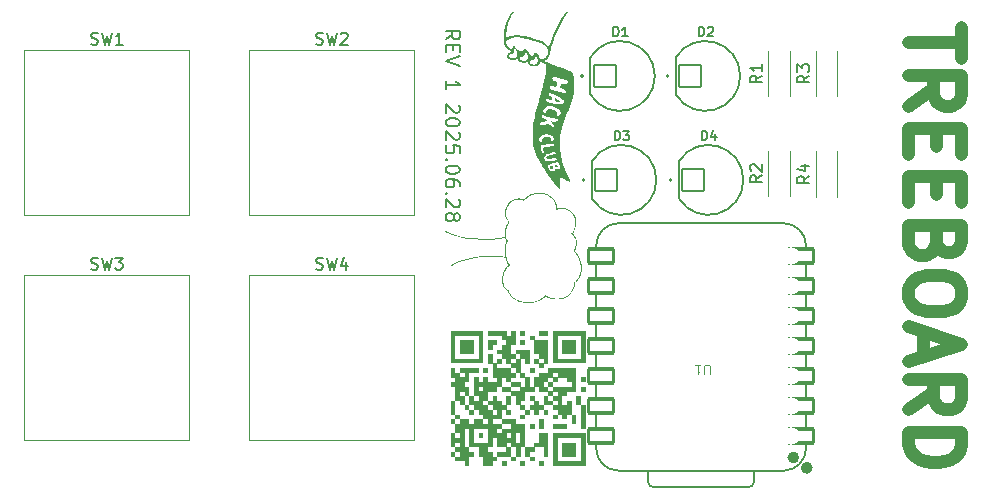
<source format=gto>
%TF.GenerationSoftware,KiCad,Pcbnew,8.0.7*%
%TF.CreationDate,2025-06-28T19:36:39+10:00*%
%TF.ProjectId,fidget,66696467-6574-42e6-9b69-6361645f7063,rev?*%
%TF.SameCoordinates,Original*%
%TF.FileFunction,Legend,Top*%
%TF.FilePolarity,Positive*%
%FSLAX46Y46*%
G04 Gerber Fmt 4.6, Leading zero omitted, Abs format (unit mm)*
G04 Created by KiCad (PCBNEW 8.0.7) date 2025-06-28 19:36:39*
%MOMM*%
%LPD*%
G01*
G04 APERTURE LIST*
G04 Aperture macros list*
%AMRoundRect*
0 Rectangle with rounded corners*
0 $1 Rounding radius*
0 $2 $3 $4 $5 $6 $7 $8 $9 X,Y pos of 4 corners*
0 Add a 4 corners polygon primitive as box body*
4,1,4,$2,$3,$4,$5,$6,$7,$8,$9,$2,$3,0*
0 Add four circle primitives for the rounded corners*
1,1,$1+$1,$2,$3*
1,1,$1+$1,$4,$5*
1,1,$1+$1,$6,$7*
1,1,$1+$1,$8,$9*
0 Add four rect primitives between the rounded corners*
20,1,$1+$1,$2,$3,$4,$5,0*
20,1,$1+$1,$4,$5,$6,$7,0*
20,1,$1+$1,$6,$7,$8,$9,0*
20,1,$1+$1,$8,$9,$2,$3,0*%
G04 Aperture macros list end*
%ADD10C,0.200000*%
%ADD11C,1.125000*%
%ADD12C,0.150000*%
%ADD13C,0.120000*%
%ADD14C,0.127000*%
%ADD15C,0.100000*%
%ADD16C,0.504000*%
%ADD17C,0.000000*%
%ADD18C,1.700000*%
%ADD19C,4.000000*%
%ADD20C,2.200000*%
%ADD21C,1.400000*%
%ADD22O,1.400000X1.400000*%
%ADD23C,2.019000*%
%ADD24RoundRect,0.102000X-0.907500X-0.907500X0.907500X-0.907500X0.907500X0.907500X-0.907500X0.907500X0*%
%ADD25RoundRect,0.152400X-1.063600X-0.609600X1.063600X-0.609600X1.063600X0.609600X-1.063600X0.609600X0*%
%ADD26C,1.524000*%
%ADD27RoundRect,0.152400X1.063600X0.609600X-1.063600X0.609600X-1.063600X-0.609600X1.063600X-0.609600X0*%
G04 APERTURE END LIST*
D10*
X124257257Y-73103006D02*
X124828685Y-72703006D01*
X124257257Y-72417292D02*
X125457257Y-72417292D01*
X125457257Y-72417292D02*
X125457257Y-72874435D01*
X125457257Y-72874435D02*
X125400114Y-72988720D01*
X125400114Y-72988720D02*
X125342971Y-73045863D01*
X125342971Y-73045863D02*
X125228685Y-73103006D01*
X125228685Y-73103006D02*
X125057257Y-73103006D01*
X125057257Y-73103006D02*
X124942971Y-73045863D01*
X124942971Y-73045863D02*
X124885828Y-72988720D01*
X124885828Y-72988720D02*
X124828685Y-72874435D01*
X124828685Y-72874435D02*
X124828685Y-72417292D01*
X124885828Y-73617292D02*
X124885828Y-74017292D01*
X124257257Y-74188720D02*
X124257257Y-73617292D01*
X124257257Y-73617292D02*
X125457257Y-73617292D01*
X125457257Y-73617292D02*
X125457257Y-74188720D01*
X125457257Y-74531577D02*
X124257257Y-74931577D01*
X124257257Y-74931577D02*
X125457257Y-75331577D01*
X124257257Y-77274434D02*
X124257257Y-76588720D01*
X124257257Y-76931577D02*
X125457257Y-76931577D01*
X125457257Y-76931577D02*
X125285828Y-76817291D01*
X125285828Y-76817291D02*
X125171542Y-76703006D01*
X125171542Y-76703006D02*
X125114400Y-76588720D01*
X125342971Y-78645863D02*
X125400114Y-78703006D01*
X125400114Y-78703006D02*
X125457257Y-78817292D01*
X125457257Y-78817292D02*
X125457257Y-79103006D01*
X125457257Y-79103006D02*
X125400114Y-79217292D01*
X125400114Y-79217292D02*
X125342971Y-79274434D01*
X125342971Y-79274434D02*
X125228685Y-79331577D01*
X125228685Y-79331577D02*
X125114400Y-79331577D01*
X125114400Y-79331577D02*
X124942971Y-79274434D01*
X124942971Y-79274434D02*
X124257257Y-78588720D01*
X124257257Y-78588720D02*
X124257257Y-79331577D01*
X125457257Y-80074434D02*
X125457257Y-80188720D01*
X125457257Y-80188720D02*
X125400114Y-80303006D01*
X125400114Y-80303006D02*
X125342971Y-80360149D01*
X125342971Y-80360149D02*
X125228685Y-80417291D01*
X125228685Y-80417291D02*
X125000114Y-80474434D01*
X125000114Y-80474434D02*
X124714400Y-80474434D01*
X124714400Y-80474434D02*
X124485828Y-80417291D01*
X124485828Y-80417291D02*
X124371542Y-80360149D01*
X124371542Y-80360149D02*
X124314400Y-80303006D01*
X124314400Y-80303006D02*
X124257257Y-80188720D01*
X124257257Y-80188720D02*
X124257257Y-80074434D01*
X124257257Y-80074434D02*
X124314400Y-79960149D01*
X124314400Y-79960149D02*
X124371542Y-79903006D01*
X124371542Y-79903006D02*
X124485828Y-79845863D01*
X124485828Y-79845863D02*
X124714400Y-79788720D01*
X124714400Y-79788720D02*
X125000114Y-79788720D01*
X125000114Y-79788720D02*
X125228685Y-79845863D01*
X125228685Y-79845863D02*
X125342971Y-79903006D01*
X125342971Y-79903006D02*
X125400114Y-79960149D01*
X125400114Y-79960149D02*
X125457257Y-80074434D01*
X125342971Y-80931577D02*
X125400114Y-80988720D01*
X125400114Y-80988720D02*
X125457257Y-81103006D01*
X125457257Y-81103006D02*
X125457257Y-81388720D01*
X125457257Y-81388720D02*
X125400114Y-81503006D01*
X125400114Y-81503006D02*
X125342971Y-81560148D01*
X125342971Y-81560148D02*
X125228685Y-81617291D01*
X125228685Y-81617291D02*
X125114400Y-81617291D01*
X125114400Y-81617291D02*
X124942971Y-81560148D01*
X124942971Y-81560148D02*
X124257257Y-80874434D01*
X124257257Y-80874434D02*
X124257257Y-81617291D01*
X125457257Y-82703005D02*
X125457257Y-82131577D01*
X125457257Y-82131577D02*
X124885828Y-82074434D01*
X124885828Y-82074434D02*
X124942971Y-82131577D01*
X124942971Y-82131577D02*
X125000114Y-82245863D01*
X125000114Y-82245863D02*
X125000114Y-82531577D01*
X125000114Y-82531577D02*
X124942971Y-82645863D01*
X124942971Y-82645863D02*
X124885828Y-82703005D01*
X124885828Y-82703005D02*
X124771542Y-82760148D01*
X124771542Y-82760148D02*
X124485828Y-82760148D01*
X124485828Y-82760148D02*
X124371542Y-82703005D01*
X124371542Y-82703005D02*
X124314400Y-82645863D01*
X124314400Y-82645863D02*
X124257257Y-82531577D01*
X124257257Y-82531577D02*
X124257257Y-82245863D01*
X124257257Y-82245863D02*
X124314400Y-82131577D01*
X124314400Y-82131577D02*
X124371542Y-82074434D01*
X124371542Y-83274434D02*
X124314400Y-83331577D01*
X124314400Y-83331577D02*
X124257257Y-83274434D01*
X124257257Y-83274434D02*
X124314400Y-83217291D01*
X124314400Y-83217291D02*
X124371542Y-83274434D01*
X124371542Y-83274434D02*
X124257257Y-83274434D01*
X125457257Y-84074434D02*
X125457257Y-84188720D01*
X125457257Y-84188720D02*
X125400114Y-84303006D01*
X125400114Y-84303006D02*
X125342971Y-84360149D01*
X125342971Y-84360149D02*
X125228685Y-84417291D01*
X125228685Y-84417291D02*
X125000114Y-84474434D01*
X125000114Y-84474434D02*
X124714400Y-84474434D01*
X124714400Y-84474434D02*
X124485828Y-84417291D01*
X124485828Y-84417291D02*
X124371542Y-84360149D01*
X124371542Y-84360149D02*
X124314400Y-84303006D01*
X124314400Y-84303006D02*
X124257257Y-84188720D01*
X124257257Y-84188720D02*
X124257257Y-84074434D01*
X124257257Y-84074434D02*
X124314400Y-83960149D01*
X124314400Y-83960149D02*
X124371542Y-83903006D01*
X124371542Y-83903006D02*
X124485828Y-83845863D01*
X124485828Y-83845863D02*
X124714400Y-83788720D01*
X124714400Y-83788720D02*
X125000114Y-83788720D01*
X125000114Y-83788720D02*
X125228685Y-83845863D01*
X125228685Y-83845863D02*
X125342971Y-83903006D01*
X125342971Y-83903006D02*
X125400114Y-83960149D01*
X125400114Y-83960149D02*
X125457257Y-84074434D01*
X125457257Y-85503006D02*
X125457257Y-85274434D01*
X125457257Y-85274434D02*
X125400114Y-85160148D01*
X125400114Y-85160148D02*
X125342971Y-85103006D01*
X125342971Y-85103006D02*
X125171542Y-84988720D01*
X125171542Y-84988720D02*
X124942971Y-84931577D01*
X124942971Y-84931577D02*
X124485828Y-84931577D01*
X124485828Y-84931577D02*
X124371542Y-84988720D01*
X124371542Y-84988720D02*
X124314400Y-85045863D01*
X124314400Y-85045863D02*
X124257257Y-85160148D01*
X124257257Y-85160148D02*
X124257257Y-85388720D01*
X124257257Y-85388720D02*
X124314400Y-85503006D01*
X124314400Y-85503006D02*
X124371542Y-85560148D01*
X124371542Y-85560148D02*
X124485828Y-85617291D01*
X124485828Y-85617291D02*
X124771542Y-85617291D01*
X124771542Y-85617291D02*
X124885828Y-85560148D01*
X124885828Y-85560148D02*
X124942971Y-85503006D01*
X124942971Y-85503006D02*
X125000114Y-85388720D01*
X125000114Y-85388720D02*
X125000114Y-85160148D01*
X125000114Y-85160148D02*
X124942971Y-85045863D01*
X124942971Y-85045863D02*
X124885828Y-84988720D01*
X124885828Y-84988720D02*
X124771542Y-84931577D01*
X124371542Y-86131577D02*
X124314400Y-86188720D01*
X124314400Y-86188720D02*
X124257257Y-86131577D01*
X124257257Y-86131577D02*
X124314400Y-86074434D01*
X124314400Y-86074434D02*
X124371542Y-86131577D01*
X124371542Y-86131577D02*
X124257257Y-86131577D01*
X125342971Y-86645863D02*
X125400114Y-86703006D01*
X125400114Y-86703006D02*
X125457257Y-86817292D01*
X125457257Y-86817292D02*
X125457257Y-87103006D01*
X125457257Y-87103006D02*
X125400114Y-87217292D01*
X125400114Y-87217292D02*
X125342971Y-87274434D01*
X125342971Y-87274434D02*
X125228685Y-87331577D01*
X125228685Y-87331577D02*
X125114400Y-87331577D01*
X125114400Y-87331577D02*
X124942971Y-87274434D01*
X124942971Y-87274434D02*
X124257257Y-86588720D01*
X124257257Y-86588720D02*
X124257257Y-87331577D01*
X124942971Y-88017291D02*
X125000114Y-87903006D01*
X125000114Y-87903006D02*
X125057257Y-87845863D01*
X125057257Y-87845863D02*
X125171542Y-87788720D01*
X125171542Y-87788720D02*
X125228685Y-87788720D01*
X125228685Y-87788720D02*
X125342971Y-87845863D01*
X125342971Y-87845863D02*
X125400114Y-87903006D01*
X125400114Y-87903006D02*
X125457257Y-88017291D01*
X125457257Y-88017291D02*
X125457257Y-88245863D01*
X125457257Y-88245863D02*
X125400114Y-88360149D01*
X125400114Y-88360149D02*
X125342971Y-88417291D01*
X125342971Y-88417291D02*
X125228685Y-88474434D01*
X125228685Y-88474434D02*
X125171542Y-88474434D01*
X125171542Y-88474434D02*
X125057257Y-88417291D01*
X125057257Y-88417291D02*
X125000114Y-88360149D01*
X125000114Y-88360149D02*
X124942971Y-88245863D01*
X124942971Y-88245863D02*
X124942971Y-88017291D01*
X124942971Y-88017291D02*
X124885828Y-87903006D01*
X124885828Y-87903006D02*
X124828685Y-87845863D01*
X124828685Y-87845863D02*
X124714400Y-87788720D01*
X124714400Y-87788720D02*
X124485828Y-87788720D01*
X124485828Y-87788720D02*
X124371542Y-87845863D01*
X124371542Y-87845863D02*
X124314400Y-87903006D01*
X124314400Y-87903006D02*
X124257257Y-88017291D01*
X124257257Y-88017291D02*
X124257257Y-88245863D01*
X124257257Y-88245863D02*
X124314400Y-88360149D01*
X124314400Y-88360149D02*
X124371542Y-88417291D01*
X124371542Y-88417291D02*
X124485828Y-88474434D01*
X124485828Y-88474434D02*
X124714400Y-88474434D01*
X124714400Y-88474434D02*
X124828685Y-88417291D01*
X124828685Y-88417291D02*
X124885828Y-88360149D01*
X124885828Y-88360149D02*
X124942971Y-88245863D01*
D11*
X167909214Y-72068702D02*
X167909214Y-74640131D01*
X163409214Y-73354416D02*
X167909214Y-73354416D01*
X163409214Y-78711559D02*
X165552071Y-77211559D01*
X163409214Y-76140130D02*
X167909214Y-76140130D01*
X167909214Y-76140130D02*
X167909214Y-77854416D01*
X167909214Y-77854416D02*
X167694928Y-78282987D01*
X167694928Y-78282987D02*
X167480642Y-78497273D01*
X167480642Y-78497273D02*
X167052071Y-78711559D01*
X167052071Y-78711559D02*
X166409214Y-78711559D01*
X166409214Y-78711559D02*
X165980642Y-78497273D01*
X165980642Y-78497273D02*
X165766357Y-78282987D01*
X165766357Y-78282987D02*
X165552071Y-77854416D01*
X165552071Y-77854416D02*
X165552071Y-76140130D01*
X165766357Y-80640130D02*
X165766357Y-82140130D01*
X163409214Y-82782987D02*
X163409214Y-80640130D01*
X163409214Y-80640130D02*
X167909214Y-80640130D01*
X167909214Y-80640130D02*
X167909214Y-82782987D01*
X165766357Y-84711559D02*
X165766357Y-86211559D01*
X163409214Y-86854416D02*
X163409214Y-84711559D01*
X163409214Y-84711559D02*
X167909214Y-84711559D01*
X167909214Y-84711559D02*
X167909214Y-86854416D01*
X165766357Y-90282988D02*
X165552071Y-90925845D01*
X165552071Y-90925845D02*
X165337785Y-91140131D01*
X165337785Y-91140131D02*
X164909214Y-91354417D01*
X164909214Y-91354417D02*
X164266357Y-91354417D01*
X164266357Y-91354417D02*
X163837785Y-91140131D01*
X163837785Y-91140131D02*
X163623500Y-90925845D01*
X163623500Y-90925845D02*
X163409214Y-90497274D01*
X163409214Y-90497274D02*
X163409214Y-88782988D01*
X163409214Y-88782988D02*
X167909214Y-88782988D01*
X167909214Y-88782988D02*
X167909214Y-90282988D01*
X167909214Y-90282988D02*
X167694928Y-90711560D01*
X167694928Y-90711560D02*
X167480642Y-90925845D01*
X167480642Y-90925845D02*
X167052071Y-91140131D01*
X167052071Y-91140131D02*
X166623500Y-91140131D01*
X166623500Y-91140131D02*
X166194928Y-90925845D01*
X166194928Y-90925845D02*
X165980642Y-90711560D01*
X165980642Y-90711560D02*
X165766357Y-90282988D01*
X165766357Y-90282988D02*
X165766357Y-88782988D01*
X167909214Y-94140131D02*
X167909214Y-94997274D01*
X167909214Y-94997274D02*
X167694928Y-95425845D01*
X167694928Y-95425845D02*
X167266357Y-95854417D01*
X167266357Y-95854417D02*
X166409214Y-96068702D01*
X166409214Y-96068702D02*
X164909214Y-96068702D01*
X164909214Y-96068702D02*
X164052071Y-95854417D01*
X164052071Y-95854417D02*
X163623500Y-95425845D01*
X163623500Y-95425845D02*
X163409214Y-94997274D01*
X163409214Y-94997274D02*
X163409214Y-94140131D01*
X163409214Y-94140131D02*
X163623500Y-93711560D01*
X163623500Y-93711560D02*
X164052071Y-93282988D01*
X164052071Y-93282988D02*
X164909214Y-93068702D01*
X164909214Y-93068702D02*
X166409214Y-93068702D01*
X166409214Y-93068702D02*
X167266357Y-93282988D01*
X167266357Y-93282988D02*
X167694928Y-93711560D01*
X167694928Y-93711560D02*
X167909214Y-94140131D01*
X164694928Y-97782988D02*
X164694928Y-99925846D01*
X163409214Y-97354417D02*
X167909214Y-98854417D01*
X167909214Y-98854417D02*
X163409214Y-100354417D01*
X163409214Y-104425846D02*
X165552071Y-102925846D01*
X163409214Y-101854417D02*
X167909214Y-101854417D01*
X167909214Y-101854417D02*
X167909214Y-103568703D01*
X167909214Y-103568703D02*
X167694928Y-103997274D01*
X167694928Y-103997274D02*
X167480642Y-104211560D01*
X167480642Y-104211560D02*
X167052071Y-104425846D01*
X167052071Y-104425846D02*
X166409214Y-104425846D01*
X166409214Y-104425846D02*
X165980642Y-104211560D01*
X165980642Y-104211560D02*
X165766357Y-103997274D01*
X165766357Y-103997274D02*
X165552071Y-103568703D01*
X165552071Y-103568703D02*
X165552071Y-101854417D01*
X163409214Y-106354417D02*
X167909214Y-106354417D01*
X167909214Y-106354417D02*
X167909214Y-107425846D01*
X167909214Y-107425846D02*
X167694928Y-108068703D01*
X167694928Y-108068703D02*
X167266357Y-108497274D01*
X167266357Y-108497274D02*
X166837785Y-108711560D01*
X166837785Y-108711560D02*
X165980642Y-108925846D01*
X165980642Y-108925846D02*
X165337785Y-108925846D01*
X165337785Y-108925846D02*
X164480642Y-108711560D01*
X164480642Y-108711560D02*
X164052071Y-108497274D01*
X164052071Y-108497274D02*
X163623500Y-108068703D01*
X163623500Y-108068703D02*
X163409214Y-107425846D01*
X163409214Y-107425846D02*
X163409214Y-106354417D01*
D12*
X94234167Y-73495700D02*
X94377024Y-73543319D01*
X94377024Y-73543319D02*
X94615119Y-73543319D01*
X94615119Y-73543319D02*
X94710357Y-73495700D01*
X94710357Y-73495700D02*
X94757976Y-73448080D01*
X94757976Y-73448080D02*
X94805595Y-73352842D01*
X94805595Y-73352842D02*
X94805595Y-73257604D01*
X94805595Y-73257604D02*
X94757976Y-73162366D01*
X94757976Y-73162366D02*
X94710357Y-73114747D01*
X94710357Y-73114747D02*
X94615119Y-73067128D01*
X94615119Y-73067128D02*
X94424643Y-73019509D01*
X94424643Y-73019509D02*
X94329405Y-72971890D01*
X94329405Y-72971890D02*
X94281786Y-72924271D01*
X94281786Y-72924271D02*
X94234167Y-72829033D01*
X94234167Y-72829033D02*
X94234167Y-72733795D01*
X94234167Y-72733795D02*
X94281786Y-72638557D01*
X94281786Y-72638557D02*
X94329405Y-72590938D01*
X94329405Y-72590938D02*
X94424643Y-72543319D01*
X94424643Y-72543319D02*
X94662738Y-72543319D01*
X94662738Y-72543319D02*
X94805595Y-72590938D01*
X95138929Y-72543319D02*
X95377024Y-73543319D01*
X95377024Y-73543319D02*
X95567500Y-72829033D01*
X95567500Y-72829033D02*
X95757976Y-73543319D01*
X95757976Y-73543319D02*
X95996072Y-72543319D01*
X96900833Y-73543319D02*
X96329405Y-73543319D01*
X96615119Y-73543319D02*
X96615119Y-72543319D01*
X96615119Y-72543319D02*
X96519881Y-72686176D01*
X96519881Y-72686176D02*
X96424643Y-72781414D01*
X96424643Y-72781414D02*
X96329405Y-72829033D01*
X155036069Y-76166666D02*
X154559878Y-76499999D01*
X155036069Y-76738094D02*
X154036069Y-76738094D01*
X154036069Y-76738094D02*
X154036069Y-76357142D01*
X154036069Y-76357142D02*
X154083688Y-76261904D01*
X154083688Y-76261904D02*
X154131307Y-76214285D01*
X154131307Y-76214285D02*
X154226545Y-76166666D01*
X154226545Y-76166666D02*
X154369402Y-76166666D01*
X154369402Y-76166666D02*
X154464640Y-76214285D01*
X154464640Y-76214285D02*
X154512259Y-76261904D01*
X154512259Y-76261904D02*
X154559878Y-76357142D01*
X154559878Y-76357142D02*
X154559878Y-76738094D01*
X154036069Y-75833332D02*
X154036069Y-75214285D01*
X154036069Y-75214285D02*
X154417021Y-75547618D01*
X154417021Y-75547618D02*
X154417021Y-75404761D01*
X154417021Y-75404761D02*
X154464640Y-75309523D01*
X154464640Y-75309523D02*
X154512259Y-75261904D01*
X154512259Y-75261904D02*
X154607497Y-75214285D01*
X154607497Y-75214285D02*
X154845592Y-75214285D01*
X154845592Y-75214285D02*
X154940830Y-75261904D01*
X154940830Y-75261904D02*
X154988450Y-75309523D01*
X154988450Y-75309523D02*
X155036069Y-75404761D01*
X155036069Y-75404761D02*
X155036069Y-75690475D01*
X155036069Y-75690475D02*
X154988450Y-75785713D01*
X154988450Y-75785713D02*
X154940830Y-75833332D01*
X151036069Y-76166666D02*
X150559878Y-76499999D01*
X151036069Y-76738094D02*
X150036069Y-76738094D01*
X150036069Y-76738094D02*
X150036069Y-76357142D01*
X150036069Y-76357142D02*
X150083688Y-76261904D01*
X150083688Y-76261904D02*
X150131307Y-76214285D01*
X150131307Y-76214285D02*
X150226545Y-76166666D01*
X150226545Y-76166666D02*
X150369402Y-76166666D01*
X150369402Y-76166666D02*
X150464640Y-76214285D01*
X150464640Y-76214285D02*
X150512259Y-76261904D01*
X150512259Y-76261904D02*
X150559878Y-76357142D01*
X150559878Y-76357142D02*
X150559878Y-76738094D01*
X151036069Y-75214285D02*
X151036069Y-75785713D01*
X151036069Y-75499999D02*
X150036069Y-75499999D01*
X150036069Y-75499999D02*
X150178926Y-75595237D01*
X150178926Y-75595237D02*
X150274164Y-75690475D01*
X150274164Y-75690475D02*
X150321783Y-75785713D01*
X145680774Y-72854295D02*
X145680774Y-72054295D01*
X145680774Y-72054295D02*
X145871250Y-72054295D01*
X145871250Y-72054295D02*
X145985536Y-72092390D01*
X145985536Y-72092390D02*
X146061726Y-72168580D01*
X146061726Y-72168580D02*
X146099821Y-72244771D01*
X146099821Y-72244771D02*
X146137917Y-72397152D01*
X146137917Y-72397152D02*
X146137917Y-72511438D01*
X146137917Y-72511438D02*
X146099821Y-72663819D01*
X146099821Y-72663819D02*
X146061726Y-72740009D01*
X146061726Y-72740009D02*
X145985536Y-72816200D01*
X145985536Y-72816200D02*
X145871250Y-72854295D01*
X145871250Y-72854295D02*
X145680774Y-72854295D01*
X146442678Y-72130485D02*
X146480774Y-72092390D01*
X146480774Y-72092390D02*
X146556964Y-72054295D01*
X146556964Y-72054295D02*
X146747440Y-72054295D01*
X146747440Y-72054295D02*
X146823631Y-72092390D01*
X146823631Y-72092390D02*
X146861726Y-72130485D01*
X146861726Y-72130485D02*
X146899821Y-72206676D01*
X146899821Y-72206676D02*
X146899821Y-72282866D01*
X146899821Y-72282866D02*
X146861726Y-72397152D01*
X146861726Y-72397152D02*
X146404583Y-72854295D01*
X146404583Y-72854295D02*
X146899821Y-72854295D01*
X138449524Y-72854295D02*
X138449524Y-72054295D01*
X138449524Y-72054295D02*
X138640000Y-72054295D01*
X138640000Y-72054295D02*
X138754286Y-72092390D01*
X138754286Y-72092390D02*
X138830476Y-72168580D01*
X138830476Y-72168580D02*
X138868571Y-72244771D01*
X138868571Y-72244771D02*
X138906667Y-72397152D01*
X138906667Y-72397152D02*
X138906667Y-72511438D01*
X138906667Y-72511438D02*
X138868571Y-72663819D01*
X138868571Y-72663819D02*
X138830476Y-72740009D01*
X138830476Y-72740009D02*
X138754286Y-72816200D01*
X138754286Y-72816200D02*
X138640000Y-72854295D01*
X138640000Y-72854295D02*
X138449524Y-72854295D01*
X139668571Y-72854295D02*
X139211428Y-72854295D01*
X139440000Y-72854295D02*
X139440000Y-72054295D01*
X139440000Y-72054295D02*
X139363809Y-72168580D01*
X139363809Y-72168580D02*
X139287619Y-72244771D01*
X139287619Y-72244771D02*
X139211428Y-72282866D01*
D13*
X146609523Y-101436144D02*
X146609523Y-100788525D01*
X146609523Y-100788525D02*
X146571428Y-100712335D01*
X146571428Y-100712335D02*
X146533333Y-100674240D01*
X146533333Y-100674240D02*
X146457142Y-100636144D01*
X146457142Y-100636144D02*
X146304761Y-100636144D01*
X146304761Y-100636144D02*
X146228571Y-100674240D01*
X146228571Y-100674240D02*
X146190476Y-100712335D01*
X146190476Y-100712335D02*
X146152380Y-100788525D01*
X146152380Y-100788525D02*
X146152380Y-101436144D01*
X145352381Y-100636144D02*
X145809524Y-100636144D01*
X145580952Y-100636144D02*
X145580952Y-101436144D01*
X145580952Y-101436144D02*
X145657143Y-101321859D01*
X145657143Y-101321859D02*
X145733333Y-101245668D01*
X145733333Y-101245668D02*
X145809524Y-101207573D01*
D12*
X113284167Y-92545700D02*
X113427024Y-92593319D01*
X113427024Y-92593319D02*
X113665119Y-92593319D01*
X113665119Y-92593319D02*
X113760357Y-92545700D01*
X113760357Y-92545700D02*
X113807976Y-92498080D01*
X113807976Y-92498080D02*
X113855595Y-92402842D01*
X113855595Y-92402842D02*
X113855595Y-92307604D01*
X113855595Y-92307604D02*
X113807976Y-92212366D01*
X113807976Y-92212366D02*
X113760357Y-92164747D01*
X113760357Y-92164747D02*
X113665119Y-92117128D01*
X113665119Y-92117128D02*
X113474643Y-92069509D01*
X113474643Y-92069509D02*
X113379405Y-92021890D01*
X113379405Y-92021890D02*
X113331786Y-91974271D01*
X113331786Y-91974271D02*
X113284167Y-91879033D01*
X113284167Y-91879033D02*
X113284167Y-91783795D01*
X113284167Y-91783795D02*
X113331786Y-91688557D01*
X113331786Y-91688557D02*
X113379405Y-91640938D01*
X113379405Y-91640938D02*
X113474643Y-91593319D01*
X113474643Y-91593319D02*
X113712738Y-91593319D01*
X113712738Y-91593319D02*
X113855595Y-91640938D01*
X114188929Y-91593319D02*
X114427024Y-92593319D01*
X114427024Y-92593319D02*
X114617500Y-91879033D01*
X114617500Y-91879033D02*
X114807976Y-92593319D01*
X114807976Y-92593319D02*
X115046072Y-91593319D01*
X115855595Y-91926652D02*
X115855595Y-92593319D01*
X115617500Y-91545700D02*
X115379405Y-92259985D01*
X115379405Y-92259985D02*
X115998452Y-92259985D01*
X151036069Y-84626666D02*
X150559878Y-84959999D01*
X151036069Y-85198094D02*
X150036069Y-85198094D01*
X150036069Y-85198094D02*
X150036069Y-84817142D01*
X150036069Y-84817142D02*
X150083688Y-84721904D01*
X150083688Y-84721904D02*
X150131307Y-84674285D01*
X150131307Y-84674285D02*
X150226545Y-84626666D01*
X150226545Y-84626666D02*
X150369402Y-84626666D01*
X150369402Y-84626666D02*
X150464640Y-84674285D01*
X150464640Y-84674285D02*
X150512259Y-84721904D01*
X150512259Y-84721904D02*
X150559878Y-84817142D01*
X150559878Y-84817142D02*
X150559878Y-85198094D01*
X150131307Y-84245713D02*
X150083688Y-84198094D01*
X150083688Y-84198094D02*
X150036069Y-84102856D01*
X150036069Y-84102856D02*
X150036069Y-83864761D01*
X150036069Y-83864761D02*
X150083688Y-83769523D01*
X150083688Y-83769523D02*
X150131307Y-83721904D01*
X150131307Y-83721904D02*
X150226545Y-83674285D01*
X150226545Y-83674285D02*
X150321783Y-83674285D01*
X150321783Y-83674285D02*
X150464640Y-83721904D01*
X150464640Y-83721904D02*
X151036069Y-84293332D01*
X151036069Y-84293332D02*
X151036069Y-83674285D01*
X138579524Y-81654295D02*
X138579524Y-80854295D01*
X138579524Y-80854295D02*
X138770000Y-80854295D01*
X138770000Y-80854295D02*
X138884286Y-80892390D01*
X138884286Y-80892390D02*
X138960476Y-80968580D01*
X138960476Y-80968580D02*
X138998571Y-81044771D01*
X138998571Y-81044771D02*
X139036667Y-81197152D01*
X139036667Y-81197152D02*
X139036667Y-81311438D01*
X139036667Y-81311438D02*
X138998571Y-81463819D01*
X138998571Y-81463819D02*
X138960476Y-81540009D01*
X138960476Y-81540009D02*
X138884286Y-81616200D01*
X138884286Y-81616200D02*
X138770000Y-81654295D01*
X138770000Y-81654295D02*
X138579524Y-81654295D01*
X139303333Y-80854295D02*
X139798571Y-80854295D01*
X139798571Y-80854295D02*
X139531905Y-81159057D01*
X139531905Y-81159057D02*
X139646190Y-81159057D01*
X139646190Y-81159057D02*
X139722381Y-81197152D01*
X139722381Y-81197152D02*
X139760476Y-81235247D01*
X139760476Y-81235247D02*
X139798571Y-81311438D01*
X139798571Y-81311438D02*
X139798571Y-81501914D01*
X139798571Y-81501914D02*
X139760476Y-81578104D01*
X139760476Y-81578104D02*
X139722381Y-81616200D01*
X139722381Y-81616200D02*
X139646190Y-81654295D01*
X139646190Y-81654295D02*
X139417619Y-81654295D01*
X139417619Y-81654295D02*
X139341428Y-81616200D01*
X139341428Y-81616200D02*
X139303333Y-81578104D01*
X94234167Y-92545700D02*
X94377024Y-92593319D01*
X94377024Y-92593319D02*
X94615119Y-92593319D01*
X94615119Y-92593319D02*
X94710357Y-92545700D01*
X94710357Y-92545700D02*
X94757976Y-92498080D01*
X94757976Y-92498080D02*
X94805595Y-92402842D01*
X94805595Y-92402842D02*
X94805595Y-92307604D01*
X94805595Y-92307604D02*
X94757976Y-92212366D01*
X94757976Y-92212366D02*
X94710357Y-92164747D01*
X94710357Y-92164747D02*
X94615119Y-92117128D01*
X94615119Y-92117128D02*
X94424643Y-92069509D01*
X94424643Y-92069509D02*
X94329405Y-92021890D01*
X94329405Y-92021890D02*
X94281786Y-91974271D01*
X94281786Y-91974271D02*
X94234167Y-91879033D01*
X94234167Y-91879033D02*
X94234167Y-91783795D01*
X94234167Y-91783795D02*
X94281786Y-91688557D01*
X94281786Y-91688557D02*
X94329405Y-91640938D01*
X94329405Y-91640938D02*
X94424643Y-91593319D01*
X94424643Y-91593319D02*
X94662738Y-91593319D01*
X94662738Y-91593319D02*
X94805595Y-91640938D01*
X95138929Y-91593319D02*
X95377024Y-92593319D01*
X95377024Y-92593319D02*
X95567500Y-91879033D01*
X95567500Y-91879033D02*
X95757976Y-92593319D01*
X95757976Y-92593319D02*
X95996072Y-91593319D01*
X96281786Y-91593319D02*
X96900833Y-91593319D01*
X96900833Y-91593319D02*
X96567500Y-91974271D01*
X96567500Y-91974271D02*
X96710357Y-91974271D01*
X96710357Y-91974271D02*
X96805595Y-92021890D01*
X96805595Y-92021890D02*
X96853214Y-92069509D01*
X96853214Y-92069509D02*
X96900833Y-92164747D01*
X96900833Y-92164747D02*
X96900833Y-92402842D01*
X96900833Y-92402842D02*
X96853214Y-92498080D01*
X96853214Y-92498080D02*
X96805595Y-92545700D01*
X96805595Y-92545700D02*
X96710357Y-92593319D01*
X96710357Y-92593319D02*
X96424643Y-92593319D01*
X96424643Y-92593319D02*
X96329405Y-92545700D01*
X96329405Y-92545700D02*
X96281786Y-92498080D01*
X113284167Y-73495700D02*
X113427024Y-73543319D01*
X113427024Y-73543319D02*
X113665119Y-73543319D01*
X113665119Y-73543319D02*
X113760357Y-73495700D01*
X113760357Y-73495700D02*
X113807976Y-73448080D01*
X113807976Y-73448080D02*
X113855595Y-73352842D01*
X113855595Y-73352842D02*
X113855595Y-73257604D01*
X113855595Y-73257604D02*
X113807976Y-73162366D01*
X113807976Y-73162366D02*
X113760357Y-73114747D01*
X113760357Y-73114747D02*
X113665119Y-73067128D01*
X113665119Y-73067128D02*
X113474643Y-73019509D01*
X113474643Y-73019509D02*
X113379405Y-72971890D01*
X113379405Y-72971890D02*
X113331786Y-72924271D01*
X113331786Y-72924271D02*
X113284167Y-72829033D01*
X113284167Y-72829033D02*
X113284167Y-72733795D01*
X113284167Y-72733795D02*
X113331786Y-72638557D01*
X113331786Y-72638557D02*
X113379405Y-72590938D01*
X113379405Y-72590938D02*
X113474643Y-72543319D01*
X113474643Y-72543319D02*
X113712738Y-72543319D01*
X113712738Y-72543319D02*
X113855595Y-72590938D01*
X114188929Y-72543319D02*
X114427024Y-73543319D01*
X114427024Y-73543319D02*
X114617500Y-72829033D01*
X114617500Y-72829033D02*
X114807976Y-73543319D01*
X114807976Y-73543319D02*
X115046072Y-72543319D01*
X115379405Y-72638557D02*
X115427024Y-72590938D01*
X115427024Y-72590938D02*
X115522262Y-72543319D01*
X115522262Y-72543319D02*
X115760357Y-72543319D01*
X115760357Y-72543319D02*
X115855595Y-72590938D01*
X115855595Y-72590938D02*
X115903214Y-72638557D01*
X115903214Y-72638557D02*
X115950833Y-72733795D01*
X115950833Y-72733795D02*
X115950833Y-72829033D01*
X115950833Y-72829033D02*
X115903214Y-72971890D01*
X115903214Y-72971890D02*
X115331786Y-73543319D01*
X115331786Y-73543319D02*
X115950833Y-73543319D01*
X145949524Y-81654295D02*
X145949524Y-80854295D01*
X145949524Y-80854295D02*
X146140000Y-80854295D01*
X146140000Y-80854295D02*
X146254286Y-80892390D01*
X146254286Y-80892390D02*
X146330476Y-80968580D01*
X146330476Y-80968580D02*
X146368571Y-81044771D01*
X146368571Y-81044771D02*
X146406667Y-81197152D01*
X146406667Y-81197152D02*
X146406667Y-81311438D01*
X146406667Y-81311438D02*
X146368571Y-81463819D01*
X146368571Y-81463819D02*
X146330476Y-81540009D01*
X146330476Y-81540009D02*
X146254286Y-81616200D01*
X146254286Y-81616200D02*
X146140000Y-81654295D01*
X146140000Y-81654295D02*
X145949524Y-81654295D01*
X147092381Y-81120961D02*
X147092381Y-81654295D01*
X146901905Y-80816200D02*
X146711428Y-81387628D01*
X146711428Y-81387628D02*
X147206667Y-81387628D01*
X155036069Y-84666666D02*
X154559878Y-84999999D01*
X155036069Y-85238094D02*
X154036069Y-85238094D01*
X154036069Y-85238094D02*
X154036069Y-84857142D01*
X154036069Y-84857142D02*
X154083688Y-84761904D01*
X154083688Y-84761904D02*
X154131307Y-84714285D01*
X154131307Y-84714285D02*
X154226545Y-84666666D01*
X154226545Y-84666666D02*
X154369402Y-84666666D01*
X154369402Y-84666666D02*
X154464640Y-84714285D01*
X154464640Y-84714285D02*
X154512259Y-84761904D01*
X154512259Y-84761904D02*
X154559878Y-84857142D01*
X154559878Y-84857142D02*
X154559878Y-85238094D01*
X154369402Y-83809523D02*
X155036069Y-83809523D01*
X153988450Y-84047618D02*
X154702735Y-84285713D01*
X154702735Y-84285713D02*
X154702735Y-83666666D01*
D13*
%TO.C,SW1*%
X88582500Y-73977500D02*
X102552500Y-73977500D01*
X88582500Y-87947500D02*
X88582500Y-73977500D01*
X102552500Y-73977500D02*
X102552500Y-87947500D01*
X102552500Y-87947500D02*
X88582500Y-87947500D01*
%TO.C,R3*%
X155581250Y-77920000D02*
X155581250Y-74080000D01*
X157421250Y-77920000D02*
X157421250Y-74080000D01*
%TO.C,R1*%
X151581250Y-77920000D02*
X151581250Y-74080000D01*
X153421250Y-77920000D02*
X153421250Y-74080000D01*
D14*
%TO.C,D2*%
X143731250Y-74634000D02*
X143731250Y-77766000D01*
X143731250Y-74634000D02*
G75*
G02*
X143731250Y-77766000I2506124J-1566000D01*
G01*
D10*
X143131250Y-76200000D02*
G75*
G02*
X142931250Y-76200000I-100000J0D01*
G01*
X142931250Y-76200000D02*
G75*
G02*
X143131250Y-76200000I100000J0D01*
G01*
D14*
%TO.C,D1*%
X136500000Y-74634000D02*
X136500000Y-77766000D01*
X136500000Y-74634000D02*
G75*
G02*
X136500000Y-77766000I2506124J-1566000D01*
G01*
D10*
X135900000Y-76200000D02*
G75*
G02*
X135700000Y-76200000I-100000J0D01*
G01*
X135700000Y-76200000D02*
G75*
G02*
X135900000Y-76200000I100000J0D01*
G01*
D14*
%TO.C,U1*%
X136991250Y-90571000D02*
X136991250Y-107716000D01*
D15*
X138896250Y-109621000D02*
X152866250Y-109621000D01*
D14*
X138896250Y-109621000D02*
X152866250Y-109621000D01*
X141377250Y-110531000D02*
X141377250Y-109621000D01*
X149872522Y-111031000D02*
X141877250Y-111031000D01*
X150376250Y-109621000D02*
X150372522Y-110531272D01*
X152866250Y-88666000D02*
X138896250Y-88666000D01*
X154771250Y-90571000D02*
X154771250Y-107716000D01*
X136991250Y-90571000D02*
G75*
G02*
X138896250Y-88666000I1905000J0D01*
G01*
X138896250Y-109621000D02*
G75*
G02*
X136991250Y-107716000I0J1905000D01*
G01*
X141877250Y-111031000D02*
G75*
G02*
X141377250Y-110531000I0J500000D01*
G01*
X150372522Y-110531272D02*
G75*
G02*
X149872522Y-111030999I-500018J291D01*
G01*
X152866250Y-88666000D02*
G75*
G02*
X154771250Y-90571000I-1J-1905001D01*
G01*
X154771250Y-107716000D02*
G75*
G02*
X152866250Y-109621000I-1905001J1D01*
G01*
D16*
X153940250Y-108500000D02*
G75*
G02*
X153436250Y-108500000I-252000J0D01*
G01*
X153436250Y-108500000D02*
G75*
G02*
X153940250Y-108500000I252000J0D01*
G01*
X155083250Y-109380000D02*
G75*
G02*
X154579250Y-109380000I-252000J0D01*
G01*
X154579250Y-109380000D02*
G75*
G02*
X155083250Y-109380000I252000J0D01*
G01*
D13*
%TO.C,SW4*%
X107632500Y-93027500D02*
X121602500Y-93027500D01*
X107632500Y-106997500D02*
X107632500Y-93027500D01*
X121602500Y-93027500D02*
X121602500Y-106997500D01*
X121602500Y-106997500D02*
X107632500Y-106997500D01*
D17*
%TO.C,G\u002A\u002A\u002A*%
G36*
X133721946Y-83744634D02*
G01*
X133749694Y-83842845D01*
X133737244Y-83910900D01*
X133685440Y-83945497D01*
X133670039Y-83948157D01*
X133601223Y-83937081D01*
X133542771Y-83884259D01*
X133496742Y-83812952D01*
X133495669Y-83763347D01*
X133542299Y-83724133D01*
X133586551Y-83703995D01*
X133687026Y-83663230D01*
X133721946Y-83744634D01*
G37*
G36*
X133316684Y-83811169D02*
G01*
X133342677Y-83849808D01*
X133347120Y-83859348D01*
X133375740Y-83961715D01*
X133366221Y-84042145D01*
X133327678Y-84094640D01*
X133269230Y-84113201D01*
X133199992Y-84091831D01*
X133129081Y-84024532D01*
X133118590Y-84009698D01*
X133068192Y-83918540D01*
X133060515Y-83858737D01*
X133077479Y-83837478D01*
X133114684Y-83825927D01*
X133182818Y-83811696D01*
X133206456Y-83807591D01*
X133277814Y-83799502D01*
X133316684Y-83811169D01*
G37*
G36*
X133577214Y-78072674D02*
G01*
X133632498Y-78108516D01*
X133706922Y-78157986D01*
X133788000Y-78212687D01*
X133863246Y-78264218D01*
X133920176Y-78304182D01*
X133939775Y-78318668D01*
X133934609Y-78341965D01*
X133922079Y-78356993D01*
X133873270Y-78372605D01*
X133773694Y-78372982D01*
X133702821Y-78367224D01*
X133602573Y-78356026D01*
X133543840Y-78339455D01*
X133518046Y-78305725D01*
X133516619Y-78243053D01*
X133530981Y-78139654D01*
X133532060Y-78132542D01*
X133543379Y-78079150D01*
X133553555Y-78058861D01*
X133577214Y-78072674D01*
G37*
G36*
X134455749Y-71032331D02*
G01*
X134171016Y-71485910D01*
X133914526Y-71956164D01*
X133680752Y-72454204D01*
X133464164Y-72991140D01*
X133416014Y-73121814D01*
X133365157Y-73267722D01*
X133312351Y-73428912D01*
X133260393Y-73595749D01*
X133212076Y-73758597D01*
X133170199Y-73907822D01*
X133137556Y-74033790D01*
X133116944Y-74126864D01*
X133110971Y-74173021D01*
X133087597Y-74329526D01*
X133023093Y-74492092D01*
X132925883Y-74646390D01*
X132804391Y-74778090D01*
X132715811Y-74845157D01*
X132595090Y-74921715D01*
X132739159Y-74984534D01*
X132795304Y-75008176D01*
X132894998Y-75049253D01*
X133032056Y-75105250D01*
X133035761Y-75106756D01*
X133200291Y-75173655D01*
X133393520Y-75251955D01*
X133424996Y-75264674D01*
X133605555Y-75337635D01*
X133830210Y-75428182D01*
X133912477Y-75461282D01*
X134941726Y-75875211D01*
X135003165Y-76009177D01*
X135062769Y-76155450D01*
X135106127Y-76303989D01*
X135135220Y-76466732D01*
X135152029Y-76655616D01*
X135158535Y-76882579D01*
X135158783Y-76946941D01*
X135156279Y-77159320D01*
X135147383Y-77342497D01*
X135129986Y-77512812D01*
X135101979Y-77686601D01*
X135061252Y-77880204D01*
X135011788Y-78085654D01*
X134944277Y-78338638D01*
X134869764Y-78581626D01*
X134783986Y-78826164D01*
X134682681Y-79083797D01*
X134561587Y-79366071D01*
X134441146Y-79631339D01*
X134287009Y-79984786D01*
X134165232Y-80313355D01*
X134071851Y-80631565D01*
X134002905Y-80953936D01*
X133954431Y-81294990D01*
X133936240Y-81481699D01*
X133921222Y-81936001D01*
X133949567Y-82411515D01*
X134019540Y-82900505D01*
X134129410Y-83395238D01*
X134277442Y-83887979D01*
X134461903Y-84370991D01*
X134681060Y-84836542D01*
X134693235Y-84859865D01*
X134753314Y-84976171D01*
X134803026Y-85075815D01*
X134837616Y-85149012D01*
X134852328Y-85185977D01*
X134852532Y-85187589D01*
X134830100Y-85183536D01*
X134767714Y-85157754D01*
X134672739Y-85113661D01*
X134552539Y-85054676D01*
X134414874Y-84984423D01*
X134274075Y-84912160D01*
X134148643Y-84849380D01*
X134046680Y-84800009D01*
X133976285Y-84767974D01*
X133945992Y-84757173D01*
X133934214Y-84774191D01*
X133925340Y-84827972D01*
X133919112Y-84922611D01*
X133915270Y-85062201D01*
X133913559Y-85250835D01*
X133913494Y-85272943D01*
X133912220Y-85788713D01*
X133737359Y-85601161D01*
X133453001Y-85280365D01*
X133173848Y-84935135D01*
X132904638Y-84572922D01*
X132650109Y-84201180D01*
X132415000Y-83827362D01*
X132371387Y-83751189D01*
X132897995Y-83751189D01*
X132901851Y-83820166D01*
X132903068Y-83831232D01*
X132925713Y-83927824D01*
X132967217Y-84032867D01*
X132987975Y-84072222D01*
X133074511Y-84186967D01*
X133170057Y-84249648D01*
X133276650Y-84261331D01*
X133328230Y-84250394D01*
X133413454Y-84208648D01*
X133486258Y-84147278D01*
X133491984Y-84140327D01*
X133537276Y-84089304D01*
X133575880Y-84074987D01*
X133630901Y-84089542D01*
X133636059Y-84091475D01*
X133739940Y-84109713D01*
X133833241Y-84089318D01*
X133903802Y-84036665D01*
X133939463Y-83958126D01*
X133941540Y-83931367D01*
X133930051Y-83868728D01*
X133900354Y-83782576D01*
X133859566Y-83688189D01*
X133814803Y-83600844D01*
X133773182Y-83535818D01*
X133744900Y-83509225D01*
X133706676Y-83511404D01*
X133627807Y-83527369D01*
X133518709Y-83554652D01*
X133389799Y-83590785D01*
X133347115Y-83603495D01*
X133212828Y-83643038D01*
X133093978Y-83676154D01*
X133001414Y-83699958D01*
X132945986Y-83711564D01*
X132938349Y-83712236D01*
X132908824Y-83719720D01*
X132897995Y-83751189D01*
X132371387Y-83751189D01*
X132204050Y-83458922D01*
X132063652Y-83184676D01*
X132606574Y-83184676D01*
X132634904Y-83281688D01*
X132665802Y-83323090D01*
X132757505Y-83386065D01*
X132880768Y-83420708D01*
X133039519Y-83427295D01*
X133237684Y-83406101D01*
X133402788Y-83374702D01*
X133524333Y-83338714D01*
X133611100Y-83293305D01*
X133658251Y-83243107D01*
X133660947Y-83192752D01*
X133630133Y-83157115D01*
X133567868Y-83133513D01*
X133526266Y-83135117D01*
X133425573Y-83158775D01*
X133303557Y-83181138D01*
X133175319Y-83200179D01*
X133055961Y-83213872D01*
X132960584Y-83220190D01*
X132908394Y-83218024D01*
X132818329Y-83187299D01*
X132777368Y-83138985D01*
X132786710Y-83074597D01*
X132789749Y-83068643D01*
X132819822Y-83029968D01*
X132870444Y-82995618D01*
X132949556Y-82962289D01*
X133065097Y-82926677D01*
X133225007Y-82885477D01*
X133236698Y-82882631D01*
X133384368Y-82843827D01*
X133484264Y-82809558D01*
X133541663Y-82776782D01*
X133561839Y-82742458D01*
X133550068Y-82703543D01*
X133549331Y-82702361D01*
X133508715Y-82668564D01*
X133436883Y-82659565D01*
X133413053Y-82660594D01*
X133327845Y-82672943D01*
X133215340Y-82698664D01*
X133089295Y-82733480D01*
X132963470Y-82773112D01*
X132851622Y-82813284D01*
X132767509Y-82849719D01*
X132729719Y-82873044D01*
X132656103Y-82965418D01*
X132614348Y-83074274D01*
X132606574Y-83184676D01*
X132063652Y-83184676D01*
X132021998Y-83103312D01*
X131873581Y-82767985D01*
X131786876Y-82533334D01*
X131722019Y-82325208D01*
X131674207Y-82136021D01*
X131673945Y-82134541D01*
X132312093Y-82134541D01*
X132312712Y-82207678D01*
X132330349Y-82315215D01*
X132365815Y-82464787D01*
X132369082Y-82477398D01*
X132411622Y-82615366D01*
X132454511Y-82705895D01*
X132496427Y-82747206D01*
X132536050Y-82737519D01*
X132549710Y-82720886D01*
X132565154Y-82664761D01*
X132562215Y-82613713D01*
X132550788Y-82548193D01*
X132537471Y-82455999D01*
X132530768Y-82403433D01*
X132524073Y-82315347D01*
X132535660Y-82259464D01*
X132574434Y-82228405D01*
X132649300Y-82214791D01*
X132762659Y-82211290D01*
X132884284Y-82205277D01*
X133021281Y-82190584D01*
X133158386Y-82169711D01*
X133280339Y-82145159D01*
X133371878Y-82119427D01*
X133402127Y-82106552D01*
X133436883Y-82074500D01*
X133451379Y-82061132D01*
X133449512Y-82011714D01*
X133397184Y-81968090D01*
X133392636Y-81965953D01*
X133348479Y-81953985D01*
X133281714Y-81951011D01*
X133183159Y-81957344D01*
X133043636Y-81973293D01*
X132997435Y-81979330D01*
X132851973Y-81998377D01*
X132708483Y-82016612D01*
X132584849Y-82031794D01*
X132508123Y-82040689D01*
X132419330Y-82054718D01*
X132353089Y-82073126D01*
X132327679Y-82088171D01*
X132312093Y-82134541D01*
X131673945Y-82134541D01*
X131641659Y-81951960D01*
X131622597Y-81759211D01*
X131616985Y-81595024D01*
X132175549Y-81595024D01*
X132199029Y-81709953D01*
X132207663Y-81729091D01*
X132255480Y-81786579D01*
X132320484Y-81823455D01*
X132384043Y-81832081D01*
X132419182Y-81815797D01*
X132436795Y-81777262D01*
X132428010Y-81712660D01*
X132420728Y-81687322D01*
X132405322Y-81580260D01*
X132435485Y-81495849D01*
X132514552Y-81426818D01*
X132549066Y-81407633D01*
X132684970Y-81356431D01*
X132824936Y-81334683D01*
X132956664Y-81341557D01*
X133067857Y-81376221D01*
X133146215Y-81437843D01*
X133153854Y-81448556D01*
X133178786Y-81496529D01*
X133176189Y-81540415D01*
X133150624Y-81596607D01*
X133123619Y-81670719D01*
X133133522Y-81709218D01*
X133184688Y-81726759D01*
X133251515Y-81708064D01*
X133281714Y-81686204D01*
X133317867Y-81660034D01*
X133353981Y-81614946D01*
X133393545Y-81510235D01*
X133379848Y-81407999D01*
X133312749Y-81307519D01*
X133288388Y-81283311D01*
X133180129Y-81212824D01*
X133041508Y-81167123D01*
X132884152Y-81145377D01*
X132719685Y-81146751D01*
X132559734Y-81170414D01*
X132415925Y-81215531D01*
X132299883Y-81281270D01*
X132227608Y-81359306D01*
X132185528Y-81469738D01*
X132175549Y-81595024D01*
X131616985Y-81595024D01*
X131615239Y-81543961D01*
X131617806Y-81292396D01*
X131619434Y-81233861D01*
X131632978Y-80909255D01*
X131654309Y-80603657D01*
X131684968Y-80308674D01*
X131686310Y-80299212D01*
X132232236Y-80299212D01*
X132266091Y-80353925D01*
X132278619Y-80362138D01*
X132343918Y-80382734D01*
X132411202Y-80389874D01*
X132475360Y-80381974D01*
X132566979Y-80361226D01*
X132671830Y-80332057D01*
X132775681Y-80298892D01*
X132864303Y-80266159D01*
X132884152Y-80256807D01*
X132923467Y-80238283D01*
X132938914Y-80225717D01*
X132966393Y-80226949D01*
X133021137Y-80263616D01*
X133080649Y-80316395D01*
X133157625Y-80387274D01*
X133229628Y-80448497D01*
X133270994Y-80479724D01*
X133342250Y-80512589D01*
X133412817Y-80523266D01*
X133462666Y-80509579D01*
X133470030Y-80501334D01*
X133467418Y-80458603D01*
X133431569Y-80387022D01*
X133367723Y-80295035D01*
X133281125Y-80191086D01*
X133269290Y-80178031D01*
X133146280Y-80043556D01*
X133389859Y-80059107D01*
X133507863Y-80065465D01*
X133586214Y-80065113D01*
X133638625Y-80056188D01*
X133678812Y-80036825D01*
X133707121Y-80015975D01*
X133744900Y-79975309D01*
X133766842Y-79951691D01*
X133774445Y-79896399D01*
X133730752Y-79850821D01*
X133636590Y-79815679D01*
X133492782Y-79791695D01*
X133445886Y-79787254D01*
X133220508Y-79759990D01*
X133024949Y-79714942D01*
X132836723Y-79645956D01*
X132707211Y-79585141D01*
X132583340Y-79526843D01*
X132498160Y-79497751D01*
X132445663Y-79497516D01*
X132419839Y-79525793D01*
X132414346Y-79568225D01*
X132441077Y-79659502D01*
X132521155Y-79747922D01*
X132654406Y-79833311D01*
X132698623Y-79855415D01*
X132799787Y-79908246D01*
X132855263Y-79950875D01*
X132863529Y-79986333D01*
X132823060Y-80017651D01*
X132732331Y-80047858D01*
X132589818Y-80079985D01*
X132585182Y-80080918D01*
X132466838Y-80107323D01*
X132365338Y-80134794D01*
X132294211Y-80159410D01*
X132270568Y-80172110D01*
X132233406Y-80230995D01*
X132232236Y-80299212D01*
X131686310Y-80299212D01*
X131726496Y-80015913D01*
X131780435Y-79716980D01*
X131848325Y-79403484D01*
X131929563Y-79075687D01*
X132528688Y-79075687D01*
X132530401Y-79161719D01*
X132574124Y-79243746D01*
X132578198Y-79249006D01*
X132637117Y-79299086D01*
X132696503Y-79312310D01*
X132741828Y-79288502D01*
X132757189Y-79251161D01*
X132792887Y-79128933D01*
X132857321Y-79048582D01*
X132954907Y-79007089D01*
X133090061Y-79001433D01*
X133118631Y-79003979D01*
X133250810Y-79027559D01*
X133384300Y-79068002D01*
X133508817Y-79120167D01*
X133614075Y-79178911D01*
X133689788Y-79239094D01*
X133725672Y-79295573D01*
X133727216Y-79308214D01*
X133712169Y-79354671D01*
X133675350Y-79417054D01*
X133669419Y-79425281D01*
X133633266Y-79482911D01*
X133631061Y-79521333D01*
X133645906Y-79544766D01*
X133708798Y-79582732D01*
X133790598Y-79580574D01*
X133877202Y-79540376D01*
X133920384Y-79504202D01*
X133968934Y-79450242D01*
X133990260Y-79401939D01*
X133991366Y-79336167D01*
X133986216Y-79286880D01*
X133956142Y-79160748D01*
X133894305Y-79056533D01*
X133793572Y-78965789D01*
X133646811Y-78880072D01*
X133639676Y-78876526D01*
X133439452Y-78794975D01*
X133242748Y-78747252D01*
X133056575Y-78732743D01*
X132887945Y-78750836D01*
X132743868Y-78800915D01*
X132631356Y-78882365D01*
X132568449Y-78970366D01*
X132528688Y-79075687D01*
X131929563Y-79075687D01*
X131931708Y-79067030D01*
X132032126Y-78699227D01*
X132151119Y-78291680D01*
X132164794Y-78246167D01*
X132766401Y-78246167D01*
X132798514Y-78314997D01*
X132842210Y-78362175D01*
X132945259Y-78423135D01*
X133056575Y-78461290D01*
X133093917Y-78474089D01*
X133280896Y-78513578D01*
X133498902Y-78540140D01*
X133740647Y-78552314D01*
X133794199Y-78552908D01*
X133948289Y-78552684D01*
X134058777Y-78549742D01*
X134135625Y-78543009D01*
X134188791Y-78531411D01*
X134228236Y-78513877D01*
X134242986Y-78504566D01*
X134299467Y-78453788D01*
X134313206Y-78397863D01*
X134287053Y-78321072D01*
X134279134Y-78305368D01*
X134251691Y-78272619D01*
X134195516Y-78228314D01*
X134106535Y-78169887D01*
X133980672Y-78094775D01*
X133813853Y-78000411D01*
X133661361Y-77916526D01*
X133499048Y-77829304D01*
X133350553Y-77751994D01*
X133222838Y-77688020D01*
X133122862Y-77640805D01*
X133057585Y-77613775D01*
X133035761Y-77608771D01*
X132999165Y-77640468D01*
X132990401Y-77697042D01*
X133000468Y-77753346D01*
X133037606Y-77805047D01*
X133110971Y-77865785D01*
X133179502Y-77919018D01*
X133214342Y-77960724D01*
X133225297Y-78010679D01*
X133222168Y-78088658D01*
X133222081Y-78089903D01*
X133217118Y-78156623D01*
X133206786Y-78196254D01*
X133180819Y-78211907D01*
X133128952Y-78206694D01*
X133040920Y-78183725D01*
X132974438Y-78164952D01*
X132891841Y-78147636D01*
X132825414Y-78143885D01*
X132806980Y-78147344D01*
X132768438Y-78185493D01*
X132766401Y-78246167D01*
X132164794Y-78246167D01*
X132173265Y-78217976D01*
X132311404Y-77750387D01*
X132429636Y-77329140D01*
X132445663Y-77267911D01*
X132475998Y-77152019D01*
X133059810Y-77152019D01*
X133082133Y-77224994D01*
X133116267Y-77274097D01*
X133170330Y-77310769D01*
X133266523Y-77355648D01*
X133394801Y-77405715D01*
X133545122Y-77457951D01*
X133707442Y-77509337D01*
X133871717Y-77556856D01*
X134027905Y-77597487D01*
X134165961Y-77628212D01*
X134275843Y-77646013D01*
X134347507Y-77647871D01*
X134354996Y-77646427D01*
X134415389Y-77607258D01*
X134444110Y-77539612D01*
X134433942Y-77462692D01*
X134428405Y-77451147D01*
X134393547Y-77417883D01*
X134322279Y-77370204D01*
X134226935Y-77315963D01*
X134171591Y-77287602D01*
X134072727Y-77235497D01*
X133995485Y-77188449D01*
X133950370Y-77153202D01*
X133943059Y-77140903D01*
X133953469Y-77097766D01*
X133978154Y-77026272D01*
X133993416Y-76987147D01*
X134042276Y-76866593D01*
X134215228Y-76875488D01*
X134362123Y-76870422D01*
X134483541Y-76841584D01*
X134572806Y-76792794D01*
X134623243Y-76727873D01*
X134628178Y-76650643D01*
X134625383Y-76640688D01*
X134604382Y-76606077D01*
X134560192Y-76576050D01*
X134484882Y-76547425D01*
X134370523Y-76517017D01*
X134251196Y-76490454D01*
X134130567Y-76461840D01*
X133982661Y-76422348D01*
X133830923Y-76378385D01*
X133755521Y-76355001D01*
X133606604Y-76308991D01*
X133499307Y-76280375D01*
X133424996Y-76267950D01*
X133375035Y-76270514D01*
X133340789Y-76286867D01*
X133330676Y-76295865D01*
X133296453Y-76362287D01*
X133309549Y-76439584D01*
X133366310Y-76522108D01*
X133463079Y-76604210D01*
X133571670Y-76668244D01*
X133652878Y-76711037D01*
X133700449Y-76747813D01*
X133717225Y-76791054D01*
X133706042Y-76853241D01*
X133669741Y-76946853D01*
X133647106Y-76999897D01*
X133608297Y-77077207D01*
X133574307Y-77110722D01*
X133546518Y-77111892D01*
X133448309Y-77088657D01*
X133339252Y-77068516D01*
X133234893Y-77053662D01*
X133150778Y-77046288D01*
X133102453Y-77048587D01*
X133101092Y-77049057D01*
X133065730Y-77087447D01*
X133059810Y-77152019D01*
X132475998Y-77152019D01*
X132528594Y-76951083D01*
X132608915Y-76613067D01*
X132671235Y-76311941D01*
X132716187Y-76044554D01*
X132744409Y-75807756D01*
X132756534Y-75598396D01*
X132753198Y-75413324D01*
X132749237Y-75361613D01*
X132731701Y-75169534D01*
X132526135Y-75086838D01*
X132396860Y-75037653D01*
X132308882Y-75011955D01*
X132255707Y-75008988D01*
X132230846Y-75027995D01*
X132226794Y-75051912D01*
X132206064Y-75112992D01*
X132152195Y-75188616D01*
X132077670Y-75265216D01*
X131994973Y-75329228D01*
X131947360Y-75355615D01*
X131792951Y-75398881D01*
X131633504Y-75396507D01*
X131482093Y-75351253D01*
X131351792Y-75265883D01*
X131308016Y-75220533D01*
X131256371Y-75137956D01*
X131235468Y-75058288D01*
X131235443Y-75055961D01*
X131234346Y-75036371D01*
X131399213Y-75036371D01*
X131422215Y-75110143D01*
X131467173Y-75153405D01*
X131545331Y-75196100D01*
X131636911Y-75229602D01*
X131722136Y-75245287D01*
X131732728Y-75245570D01*
X131812924Y-75229886D01*
X131904498Y-75190501D01*
X131985133Y-75138913D01*
X132029136Y-75092857D01*
X132072126Y-74971416D01*
X132071692Y-74829859D01*
X132029249Y-74677416D01*
X131946209Y-74523316D01*
X131940693Y-74515267D01*
X131865263Y-74406422D01*
X131834138Y-74546587D01*
X131794797Y-74697249D01*
X131751990Y-74800104D01*
X131700968Y-74860919D01*
X131636982Y-74885458D01*
X131559222Y-74880294D01*
X131479846Y-74878829D01*
X131436459Y-74897202D01*
X131403282Y-74955475D01*
X131399213Y-75036371D01*
X131234346Y-75036371D01*
X131232330Y-75000367D01*
X131224973Y-74977637D01*
X131196586Y-74987737D01*
X131136251Y-75013404D01*
X131097705Y-75030635D01*
X130938563Y-75075942D01*
X130773337Y-75075363D01*
X130631487Y-75034448D01*
X130540722Y-74979520D01*
X130459823Y-74906923D01*
X130401406Y-74830255D01*
X130378085Y-74763117D01*
X130378059Y-74761236D01*
X130363376Y-74716596D01*
X130330690Y-74715980D01*
X130309352Y-74739288D01*
X130275261Y-74767716D01*
X130210959Y-74804460D01*
X130180503Y-74819079D01*
X130036987Y-74861560D01*
X129892054Y-74865016D01*
X129754911Y-74833834D01*
X129634761Y-74772404D01*
X129572818Y-74714852D01*
X130541829Y-74714852D01*
X130564831Y-74788624D01*
X130609789Y-74831886D01*
X130687947Y-74874581D01*
X130779527Y-74908083D01*
X130864752Y-74923768D01*
X130875344Y-74924051D01*
X130955540Y-74908367D01*
X131047114Y-74868982D01*
X131127749Y-74817394D01*
X131171752Y-74771338D01*
X131203055Y-74682912D01*
X131396203Y-74682912D01*
X131405344Y-74709008D01*
X131408018Y-74709705D01*
X131430894Y-74690930D01*
X131436393Y-74682912D01*
X131434269Y-74658222D01*
X131424577Y-74656118D01*
X131397293Y-74675568D01*
X131396203Y-74682912D01*
X131203055Y-74682912D01*
X131214742Y-74649897D01*
X131214308Y-74508340D01*
X131171865Y-74355897D01*
X131088825Y-74201797D01*
X131083309Y-74193748D01*
X131007880Y-74084903D01*
X130976754Y-74225068D01*
X130937413Y-74375730D01*
X130894606Y-74478585D01*
X130843584Y-74539400D01*
X130779598Y-74563939D01*
X130701838Y-74558775D01*
X130622462Y-74557310D01*
X130579075Y-74575683D01*
X130545898Y-74633956D01*
X130541829Y-74714852D01*
X129572818Y-74714852D01*
X129540809Y-74685112D01*
X129482260Y-74576349D01*
X129470445Y-74500507D01*
X129630859Y-74500507D01*
X129653860Y-74574278D01*
X129698818Y-74617540D01*
X129776976Y-74660235D01*
X129868556Y-74693737D01*
X129953781Y-74709422D01*
X129964374Y-74709705D01*
X130044569Y-74694021D01*
X130136144Y-74654636D01*
X130216778Y-74603048D01*
X130260781Y-74556992D01*
X130303771Y-74435551D01*
X130303383Y-74308689D01*
X130485232Y-74308689D01*
X130507980Y-74332911D01*
X130553463Y-74350703D01*
X130616821Y-74359805D01*
X130633027Y-74348847D01*
X130599474Y-74325238D01*
X130566980Y-74312298D01*
X130509312Y-74298858D01*
X130485297Y-74307619D01*
X130485232Y-74308689D01*
X130303383Y-74308689D01*
X130303338Y-74293994D01*
X130260894Y-74141551D01*
X130177854Y-73987451D01*
X130172339Y-73979402D01*
X130096909Y-73870557D01*
X130065783Y-74010722D01*
X130026442Y-74161384D01*
X129983635Y-74264239D01*
X129932614Y-74325054D01*
X129868628Y-74349593D01*
X129790868Y-74344429D01*
X129711492Y-74342964D01*
X129668105Y-74361337D01*
X129634928Y-74419610D01*
X129630859Y-74500507D01*
X129470445Y-74500507D01*
X129467089Y-74478964D01*
X129477136Y-74387878D01*
X129502196Y-74308457D01*
X129511258Y-74292097D01*
X129580530Y-74219367D01*
X129668543Y-74170496D01*
X129755536Y-74155358D01*
X129778097Y-74158773D01*
X129826432Y-74167388D01*
X129842195Y-74164668D01*
X129822365Y-74145077D01*
X129769103Y-74100836D01*
X129691750Y-74039572D01*
X129641255Y-74000567D01*
X129495791Y-73881259D01*
X129384199Y-73768573D01*
X129291969Y-73646090D01*
X129217257Y-73520729D01*
X129188730Y-73466630D01*
X129168912Y-73418407D01*
X129157074Y-73366075D01*
X129153234Y-73310450D01*
X129361520Y-73310450D01*
X129372877Y-73426499D01*
X129434539Y-73557543D01*
X129438275Y-73563490D01*
X129497084Y-73639860D01*
X129582476Y-73731140D01*
X129678116Y-73820153D01*
X129699509Y-73838221D01*
X129882384Y-73989393D01*
X129904468Y-73873969D01*
X129929703Y-73767392D01*
X129958646Y-73704144D01*
X129996714Y-73673997D01*
X130012796Y-73669449D01*
X130079100Y-73680190D01*
X130096909Y-73690581D01*
X130160719Y-73727811D01*
X130245503Y-73803179D01*
X130321304Y-73897158D01*
X130326863Y-73905588D01*
X130378137Y-73976924D01*
X130431962Y-74027929D01*
X130504719Y-74070855D01*
X130509312Y-74072862D01*
X130608381Y-74116162D01*
X130805463Y-74196431D01*
X130822894Y-74065033D01*
X130840142Y-73982004D01*
X130864196Y-73919995D01*
X130876776Y-73903383D01*
X130939069Y-73883367D01*
X131007880Y-73903759D01*
X131016626Y-73906351D01*
X131102468Y-73966584D01*
X131189614Y-74058315D01*
X131271082Y-74175792D01*
X131320314Y-74268809D01*
X131367052Y-74361454D01*
X131409317Y-74419533D01*
X131424577Y-74430883D01*
X131461761Y-74458538D01*
X131529573Y-74490054D01*
X131660823Y-74544599D01*
X131678863Y-74400211D01*
X131695485Y-74313477D01*
X131718575Y-74247379D01*
X131733758Y-74225236D01*
X131795971Y-74205224D01*
X131865263Y-74225710D01*
X131873315Y-74228091D01*
X131958858Y-74287883D01*
X132045668Y-74378644D01*
X132126812Y-74494419D01*
X132190294Y-74617428D01*
X132242606Y-74723815D01*
X132288626Y-74785187D01*
X132327338Y-74807574D01*
X132398523Y-74803742D01*
X132493569Y-74770009D01*
X132598110Y-74714026D01*
X132697783Y-74643447D01*
X132775969Y-74568578D01*
X132846286Y-74464319D01*
X132904514Y-74337950D01*
X132941576Y-74212058D01*
X132950062Y-74135485D01*
X132924760Y-73981740D01*
X132849367Y-73835194D01*
X132723381Y-73695498D01*
X132546298Y-73562305D01*
X132317617Y-73435266D01*
X132036834Y-73314032D01*
X131703446Y-73198256D01*
X131516773Y-73142277D01*
X131106232Y-73036602D01*
X130734555Y-72965727D01*
X130402099Y-72929672D01*
X130109221Y-72928458D01*
X129856276Y-72962105D01*
X129643621Y-73030634D01*
X129636093Y-73034039D01*
X129492447Y-73116044D01*
X129401150Y-73207573D01*
X129361520Y-73310450D01*
X129153234Y-73310450D01*
X129152488Y-73299651D01*
X129154427Y-73209151D01*
X129162162Y-73084591D01*
X129174035Y-72927954D01*
X129222577Y-72504824D01*
X129300119Y-72096426D01*
X129404351Y-71710732D01*
X129532963Y-71355715D01*
X129683648Y-71039348D01*
X129757984Y-70911810D01*
X129806062Y-70842432D01*
X129849011Y-70808741D01*
X129905389Y-70798359D01*
X129928732Y-70797938D01*
X130028666Y-70797891D01*
X129911912Y-70978745D01*
X129776062Y-71221878D01*
X129652808Y-71507884D01*
X129545645Y-71826829D01*
X129458072Y-72168778D01*
X129414439Y-72392089D01*
X129383485Y-72579952D01*
X129359946Y-72739532D01*
X129344486Y-72865199D01*
X129337768Y-72951327D01*
X129340456Y-72992288D01*
X129343402Y-72994937D01*
X129372165Y-72981198D01*
X129428290Y-72946527D01*
X129457114Y-72927362D01*
X129554240Y-72869589D01*
X129657877Y-72826824D01*
X129777749Y-72797198D01*
X129923576Y-72778839D01*
X130105080Y-72769878D01*
X130109221Y-72769840D01*
X130284283Y-72768223D01*
X130478103Y-72770566D01*
X130634965Y-72777514D01*
X130771403Y-72790516D01*
X130903953Y-72811017D01*
X131007701Y-72831538D01*
X131408924Y-72926459D01*
X131775085Y-73033756D01*
X132102715Y-73151995D01*
X132388345Y-73279742D01*
X132628507Y-73415565D01*
X132819733Y-73558030D01*
X132863773Y-73598661D01*
X133031871Y-73762098D01*
X133101356Y-73532579D01*
X133267356Y-73037182D01*
X133465767Y-72535698D01*
X133690187Y-72041928D01*
X133934218Y-71569672D01*
X134191460Y-71132729D01*
X134272419Y-71007313D01*
X134338407Y-70909309D01*
X134385431Y-70847954D01*
X134423286Y-70814685D01*
X134461767Y-70800934D01*
X134510669Y-70798136D01*
X134511609Y-70798134D01*
X134612775Y-70797891D01*
X134455749Y-71032331D01*
G37*
D13*
%TO.C,R2*%
X151581250Y-86380000D02*
X151581250Y-82540000D01*
X153421250Y-86380000D02*
X153421250Y-82540000D01*
D14*
%TO.C,D3*%
X136630000Y-83434000D02*
X136630000Y-86566000D01*
X136630000Y-83434000D02*
G75*
G02*
X136630000Y-86566000I2506124J-1566000D01*
G01*
D10*
X136030000Y-85000000D02*
G75*
G02*
X135830000Y-85000000I-100000J0D01*
G01*
X135830000Y-85000000D02*
G75*
G02*
X136030000Y-85000000I100000J0D01*
G01*
D13*
%TO.C,SW3*%
X88582500Y-93027500D02*
X102552500Y-93027500D01*
X88582500Y-106997500D02*
X88582500Y-93027500D01*
X102552500Y-93027500D02*
X102552500Y-106997500D01*
X102552500Y-106997500D02*
X88582500Y-106997500D01*
D17*
%TO.C,G\u002A\u002A\u002A*%
G36*
X132353626Y-86087777D02*
G01*
X132402766Y-86089097D01*
X132440374Y-86091155D01*
X132453054Y-86092380D01*
X132490202Y-86098169D01*
X132538060Y-86107554D01*
X132592049Y-86119443D01*
X132647590Y-86132746D01*
X132700105Y-86146369D01*
X132745015Y-86159221D01*
X132774886Y-86169129D01*
X132893321Y-86217595D01*
X132999462Y-86271044D01*
X133097341Y-86332041D01*
X133190990Y-86403154D01*
X133284442Y-86486949D01*
X133303763Y-86505751D01*
X133373518Y-86578072D01*
X133432845Y-86648222D01*
X133485384Y-86721140D01*
X133534779Y-86801764D01*
X133570485Y-86867443D01*
X133617356Y-86973617D01*
X133651397Y-87086369D01*
X133671668Y-87201755D01*
X133677233Y-87315768D01*
X133677383Y-87368199D01*
X133680444Y-87405588D01*
X133686947Y-87429224D01*
X133697422Y-87440398D01*
X133712402Y-87440397D01*
X133726054Y-87434326D01*
X133753307Y-87422217D01*
X133792052Y-87409099D01*
X133837447Y-87396309D01*
X133884647Y-87385184D01*
X133928809Y-87377062D01*
X133938389Y-87375712D01*
X134009351Y-87369650D01*
X134088261Y-87368324D01*
X134169724Y-87371460D01*
X134248342Y-87378784D01*
X134318720Y-87390022D01*
X134346914Y-87396449D01*
X134434591Y-87420901D01*
X134511442Y-87447122D01*
X134583135Y-87477405D01*
X134655337Y-87514042D01*
X134699474Y-87538983D01*
X134760272Y-87574869D01*
X134809467Y-87605175D01*
X134850049Y-87632033D01*
X134885007Y-87657573D01*
X134917328Y-87683928D01*
X134950004Y-87713228D01*
X134969019Y-87731189D01*
X135006998Y-87768467D01*
X135037903Y-87801483D01*
X135065172Y-87834508D01*
X135092241Y-87871811D01*
X135122546Y-87917664D01*
X135135654Y-87938263D01*
X135152189Y-87963323D01*
X135167350Y-87984481D01*
X135174488Y-87993309D01*
X135184717Y-88008610D01*
X135199353Y-88035594D01*
X135216699Y-88070612D01*
X135235056Y-88110012D01*
X135252727Y-88150144D01*
X135268016Y-88187359D01*
X135279223Y-88218005D01*
X135279778Y-88219708D01*
X135285754Y-88243670D01*
X135292691Y-88280224D01*
X135299961Y-88325536D01*
X135306937Y-88375772D01*
X135311514Y-88413633D01*
X135317941Y-88474229D01*
X135322016Y-88523396D01*
X135323911Y-88566016D01*
X135323799Y-88606971D01*
X135321853Y-88651141D01*
X135320590Y-88670925D01*
X135316426Y-88729243D01*
X135312458Y-88775336D01*
X135308076Y-88813460D01*
X135302671Y-88847876D01*
X135295632Y-88882841D01*
X135286350Y-88922613D01*
X135282045Y-88940124D01*
X135246150Y-89069879D01*
X135205384Y-89189944D01*
X135160393Y-89298823D01*
X135111826Y-89395023D01*
X135060329Y-89477049D01*
X135034735Y-89510979D01*
X135006966Y-89545447D01*
X135031781Y-89563117D01*
X135047733Y-89573501D01*
X135056188Y-89577105D01*
X135056595Y-89576649D01*
X135061390Y-89576578D01*
X135074316Y-89586997D01*
X135093187Y-89605515D01*
X135115815Y-89629742D01*
X135140015Y-89657286D01*
X135163598Y-89685756D01*
X135184378Y-89712761D01*
X135195215Y-89728200D01*
X135250696Y-89818947D01*
X135293947Y-89907532D01*
X135325765Y-89997016D01*
X135346950Y-90090458D01*
X135358302Y-90190917D01*
X135360620Y-90301453D01*
X135358947Y-90354880D01*
X135355942Y-90410085D01*
X135351874Y-90457990D01*
X135346032Y-90502458D01*
X135337707Y-90547353D01*
X135326189Y-90596537D01*
X135310767Y-90653875D01*
X135292137Y-90718454D01*
X135279162Y-90762623D01*
X135267683Y-90801775D01*
X135258575Y-90832921D01*
X135252711Y-90853075D01*
X135251088Y-90858740D01*
X135238564Y-90896800D01*
X135223220Y-90933424D01*
X135207932Y-90961892D01*
X135205307Y-90965773D01*
X135194030Y-90983413D01*
X135188612Y-90995424D01*
X135188532Y-90996173D01*
X135194133Y-91004593D01*
X135209181Y-91021130D01*
X135230900Y-91042810D01*
X135241268Y-91052664D01*
X135310963Y-91126167D01*
X135368345Y-91205348D01*
X135379984Y-91224472D01*
X135399880Y-91255149D01*
X135423904Y-91288074D01*
X135436623Y-91303914D01*
X135454008Y-91326694D01*
X135465828Y-91346315D01*
X135469201Y-91356460D01*
X135472491Y-91368402D01*
X135475933Y-91370371D01*
X135483088Y-91376844D01*
X135494398Y-91392699D01*
X135506570Y-91412590D01*
X135516311Y-91431172D01*
X135520276Y-91442351D01*
X135524976Y-91453515D01*
X135532762Y-91466662D01*
X135546210Y-91490878D01*
X135563227Y-91526976D01*
X135582257Y-91571151D01*
X135601742Y-91619597D01*
X135620126Y-91668509D01*
X135635850Y-91714080D01*
X135641940Y-91733464D01*
X135653345Y-91770528D01*
X135663765Y-91802999D01*
X135671868Y-91826807D01*
X135675665Y-91836615D01*
X135688612Y-91869266D01*
X135703373Y-91913982D01*
X135719149Y-91967512D01*
X135735141Y-92026606D01*
X135750550Y-92088013D01*
X135764576Y-92148483D01*
X135776423Y-92204765D01*
X135785289Y-92253608D01*
X135790377Y-92291762D01*
X135791275Y-92306985D01*
X135791963Y-92407324D01*
X135790975Y-92494014D01*
X135787848Y-92569866D01*
X135782120Y-92637691D01*
X135773328Y-92700299D01*
X135761011Y-92760502D01*
X135744707Y-92821109D01*
X135723952Y-92884933D01*
X135698285Y-92954782D01*
X135674971Y-93014223D01*
X135636509Y-93105998D01*
X135595563Y-93195586D01*
X135553208Y-93281073D01*
X135510520Y-93360546D01*
X135468574Y-93432093D01*
X135428443Y-93493800D01*
X135391204Y-93543755D01*
X135357930Y-93580044D01*
X135356064Y-93581763D01*
X135336053Y-93599404D01*
X135321206Y-93611439D01*
X135315541Y-93614945D01*
X135307443Y-93619474D01*
X135289530Y-93631506D01*
X135265238Y-93648709D01*
X135257751Y-93654143D01*
X135222938Y-93679366D01*
X135199243Y-93697237D01*
X135184891Y-93710709D01*
X135178112Y-93722738D01*
X135177132Y-93736277D01*
X135180178Y-93754281D01*
X135184721Y-93775861D01*
X135193917Y-93834623D01*
X135195440Y-93886325D01*
X135189098Y-93938617D01*
X135179589Y-93980789D01*
X135171300Y-94013340D01*
X135164472Y-94040609D01*
X135160263Y-94057954D01*
X135159678Y-94060559D01*
X135147879Y-94101894D01*
X135128368Y-94153578D01*
X135102722Y-94212315D01*
X135072516Y-94274812D01*
X135039327Y-94337774D01*
X135004731Y-94397906D01*
X134977844Y-94440633D01*
X134892338Y-94560168D01*
X134800592Y-94667656D01*
X134698773Y-94767379D01*
X134639864Y-94818176D01*
X134581709Y-94864261D01*
X134524416Y-94905807D01*
X134470255Y-94941396D01*
X134421495Y-94969607D01*
X134380407Y-94989023D01*
X134352898Y-94997610D01*
X134333679Y-95005651D01*
X134321027Y-95014701D01*
X134309643Y-95023185D01*
X134305653Y-95023098D01*
X134298976Y-95022484D01*
X134282242Y-95027559D01*
X134274708Y-95030550D01*
X134231180Y-95046136D01*
X134176264Y-95061003D01*
X134108527Y-95075472D01*
X134026536Y-95089862D01*
X133973254Y-95098097D01*
X133918370Y-95105912D01*
X133871205Y-95111677D01*
X133827345Y-95115680D01*
X133782373Y-95118207D01*
X133731875Y-95119546D01*
X133671435Y-95119984D01*
X133637232Y-95119957D01*
X133542484Y-95118564D01*
X133459995Y-95114489D01*
X133385655Y-95107138D01*
X133315352Y-95095921D01*
X133244975Y-95080245D01*
X133170412Y-95059519D01*
X133129727Y-95046902D01*
X133087017Y-95033472D01*
X133048451Y-95021690D01*
X133017459Y-95012578D01*
X132997472Y-95007160D01*
X132993567Y-95006298D01*
X132977275Y-95002880D01*
X132970874Y-95000881D01*
X132962253Y-94997620D01*
X132960559Y-94997174D01*
X132950824Y-94993822D01*
X132950244Y-94993448D01*
X132941509Y-94990650D01*
X132934625Y-94989150D01*
X132904895Y-94979710D01*
X132867675Y-94962707D01*
X132828271Y-94940998D01*
X132791991Y-94917441D01*
X132770791Y-94900947D01*
X132725435Y-94861714D01*
X132708900Y-94881606D01*
X132700992Y-94890007D01*
X132688764Y-94900916D01*
X132670620Y-94915560D01*
X132644963Y-94935165D01*
X132610199Y-94960958D01*
X132564731Y-94994165D01*
X132523725Y-95023891D01*
X132501829Y-95040226D01*
X132482465Y-95055235D01*
X132464734Y-95067673D01*
X132433981Y-95087123D01*
X132389833Y-95113809D01*
X132331921Y-95147956D01*
X132263255Y-95187834D01*
X132229501Y-95206434D01*
X132193114Y-95225044D01*
X132158213Y-95241706D01*
X132128915Y-95254465D01*
X132109342Y-95261363D01*
X132107686Y-95261735D01*
X132088973Y-95268787D01*
X132082171Y-95273236D01*
X132070455Y-95277861D01*
X132066509Y-95276299D01*
X132061665Y-95277501D01*
X132061079Y-95281872D01*
X132058363Y-95289001D01*
X132056183Y-95287979D01*
X132046843Y-95288494D01*
X132025518Y-95293769D01*
X131995711Y-95302850D01*
X131971599Y-95310988D01*
X131918756Y-95328377D01*
X131860696Y-95345615D01*
X131801409Y-95361680D01*
X131744885Y-95375553D01*
X131695114Y-95386211D01*
X131656085Y-95392636D01*
X131649624Y-95393352D01*
X131616700Y-95396973D01*
X131576600Y-95401959D01*
X131541196Y-95406781D01*
X131513884Y-95409376D01*
X131473131Y-95411525D01*
X131421996Y-95413205D01*
X131363535Y-95414398D01*
X131300806Y-95415084D01*
X131236868Y-95415242D01*
X131174778Y-95414852D01*
X131117594Y-95413894D01*
X131068374Y-95412348D01*
X131030175Y-95410193D01*
X131029565Y-95410145D01*
X130972303Y-95405467D01*
X130926990Y-95401303D01*
X130889104Y-95397140D01*
X130854122Y-95392460D01*
X130817520Y-95386748D01*
X130802632Y-95384265D01*
X130769656Y-95378449D01*
X130738144Y-95372239D01*
X130704224Y-95364762D01*
X130664026Y-95355142D01*
X130613678Y-95342507D01*
X130583951Y-95334905D01*
X130530887Y-95319968D01*
X130474057Y-95301745D01*
X130417641Y-95281769D01*
X130365822Y-95261571D01*
X130322781Y-95242685D01*
X130299253Y-95230576D01*
X130284818Y-95222747D01*
X130259945Y-95209659D01*
X130228902Y-95193547D01*
X130212606Y-95185162D01*
X130176670Y-95166644D01*
X130150281Y-95152635D01*
X130128279Y-95140155D01*
X130105505Y-95126224D01*
X130076798Y-95107862D01*
X130060500Y-95097314D01*
X130033056Y-95078089D01*
X129997556Y-95051146D01*
X129957258Y-95019176D01*
X129915419Y-94984873D01*
X129875294Y-94950928D01*
X129840143Y-94920033D01*
X129813221Y-94894883D01*
X129803344Y-94884738D01*
X129793019Y-94873041D01*
X129782183Y-94859591D01*
X129769400Y-94842343D01*
X129753235Y-94819250D01*
X129732254Y-94788266D01*
X129705021Y-94747345D01*
X129673665Y-94699852D01*
X129654023Y-94670748D01*
X129636030Y-94645318D01*
X129622916Y-94628095D01*
X129620760Y-94625582D01*
X129599657Y-94595737D01*
X129584633Y-94562409D01*
X129581736Y-94551560D01*
X129570888Y-94499412D01*
X129561932Y-94460917D01*
X129553664Y-94433516D01*
X129544877Y-94414651D01*
X129534366Y-94401764D01*
X129520925Y-94392296D01*
X129503347Y-94383690D01*
X129502412Y-94383269D01*
X129480418Y-94371616D01*
X129451688Y-94353953D01*
X129419588Y-94332656D01*
X129387479Y-94310100D01*
X129358726Y-94288658D01*
X129336693Y-94270707D01*
X129324742Y-94258619D01*
X129323925Y-94257259D01*
X129315785Y-94245593D01*
X129299149Y-94225073D01*
X129276728Y-94198964D01*
X129259487Y-94179604D01*
X129234660Y-94150658D01*
X129209364Y-94118690D01*
X129185829Y-94086830D01*
X129166283Y-94058208D01*
X129152958Y-94035952D01*
X129148083Y-94023256D01*
X129144919Y-94014512D01*
X129136689Y-93995265D01*
X129127075Y-93973860D01*
X129112953Y-93937272D01*
X129097562Y-93887310D01*
X129081708Y-93826972D01*
X129066196Y-93759257D01*
X129056124Y-93709844D01*
X129051784Y-93676984D01*
X129048494Y-93630739D01*
X129046234Y-93574193D01*
X129044986Y-93510431D01*
X129044731Y-93442537D01*
X129044914Y-93424949D01*
X129133077Y-93424949D01*
X129133726Y-93486621D01*
X129135348Y-93544752D01*
X129137946Y-93595340D01*
X129139847Y-93619071D01*
X129147930Y-93693560D01*
X129156896Y-93757100D01*
X129166452Y-93807897D01*
X129176302Y-93844154D01*
X129177231Y-93846745D01*
X129185706Y-93875011D01*
X129192614Y-93906761D01*
X129193528Y-93912408D01*
X129203272Y-93946062D01*
X129222454Y-93986332D01*
X129249253Y-94031064D01*
X129281849Y-94078103D01*
X129318424Y-94125295D01*
X129357155Y-94170486D01*
X129396225Y-94211520D01*
X129433812Y-94246244D01*
X129468097Y-94272503D01*
X129497260Y-94288142D01*
X129513857Y-94291618D01*
X129526577Y-94296461D01*
X129535283Y-94302573D01*
X129551326Y-94311734D01*
X129575209Y-94321039D01*
X129582471Y-94323261D01*
X129611743Y-94336451D01*
X129631249Y-94354979D01*
X129638603Y-94375800D01*
X129635093Y-94390391D01*
X129630483Y-94414212D01*
X129635039Y-94448190D01*
X129647781Y-94489466D01*
X129667724Y-94535182D01*
X129693888Y-94582479D01*
X129709243Y-94606191D01*
X129725522Y-94630667D01*
X129737309Y-94649586D01*
X129742212Y-94659096D01*
X129742235Y-94659313D01*
X129746702Y-94667624D01*
X129758782Y-94686362D01*
X129776494Y-94712524D01*
X129792653Y-94735738D01*
X129821514Y-94774813D01*
X129851353Y-94811885D01*
X129880055Y-94844646D01*
X129905504Y-94870792D01*
X129925582Y-94888018D01*
X129937941Y-94894022D01*
X129947733Y-94898676D01*
X129948538Y-94901544D01*
X129954926Y-94910472D01*
X129972366Y-94926713D01*
X129998278Y-94948282D01*
X130030077Y-94973193D01*
X130065182Y-94999462D01*
X130101009Y-95025104D01*
X130134975Y-95048133D01*
X130158967Y-95063277D01*
X130188088Y-95080402D01*
X130216692Y-95096108D01*
X130248240Y-95112118D01*
X130286198Y-95130155D01*
X130334027Y-95151942D01*
X130365270Y-95165913D01*
X130381524Y-95173214D01*
X130406660Y-95184567D01*
X130428713Y-95194559D01*
X130454085Y-95205702D01*
X130473188Y-95213411D01*
X130481104Y-95215855D01*
X130491662Y-95218935D01*
X130510194Y-95226456D01*
X130512561Y-95227507D01*
X130549144Y-95241823D01*
X130596911Y-95256799D01*
X130657792Y-95273003D01*
X130707732Y-95285030D01*
X130777874Y-95300584D01*
X130843157Y-95313136D01*
X130906928Y-95323050D01*
X130972530Y-95330691D01*
X131043312Y-95336427D01*
X131122617Y-95340622D01*
X131213791Y-95343642D01*
X131252372Y-95344560D01*
X131317290Y-95345762D01*
X131369978Y-95346071D01*
X131414692Y-95345279D01*
X131455692Y-95343179D01*
X131497236Y-95339564D01*
X131543582Y-95334226D01*
X131590708Y-95328074D01*
X131642330Y-95320757D01*
X131691248Y-95313138D01*
X131733924Y-95305820D01*
X131766818Y-95299406D01*
X131784633Y-95295057D01*
X131810457Y-95287267D01*
X131846432Y-95276443D01*
X131886900Y-95264288D01*
X131911352Y-95256954D01*
X131952735Y-95243870D01*
X131993871Y-95229715D01*
X132028675Y-95216633D01*
X132043386Y-95210460D01*
X132096513Y-95186321D01*
X132141712Y-95165128D01*
X132177002Y-95147844D01*
X132200402Y-95135430D01*
X132208386Y-95130359D01*
X132224705Y-95121640D01*
X132230791Y-95120027D01*
X132243013Y-95115026D01*
X132264529Y-95103433D01*
X132290821Y-95087693D01*
X132292474Y-95086656D01*
X132322086Y-95068089D01*
X132350040Y-95050658D01*
X132369094Y-95038872D01*
X132402190Y-95017180D01*
X132440417Y-94989864D01*
X132481684Y-94958669D01*
X132523895Y-94925342D01*
X132564956Y-94891631D01*
X132602774Y-94859281D01*
X132635256Y-94830041D01*
X132660306Y-94805655D01*
X132675831Y-94787872D01*
X132679987Y-94779522D01*
X132687005Y-94770687D01*
X132703331Y-94762681D01*
X132721876Y-94758204D01*
X132733757Y-94759055D01*
X132748042Y-94770051D01*
X132754776Y-94779464D01*
X132764944Y-94792029D01*
X132771411Y-94794997D01*
X132782390Y-94800227D01*
X132798760Y-94813116D01*
X132802066Y-94816167D01*
X132817836Y-94829901D01*
X132835817Y-94842493D01*
X132859019Y-94855586D01*
X132890453Y-94870821D01*
X132933127Y-94889841D01*
X132952307Y-94898140D01*
X133007026Y-94919966D01*
X133072085Y-94943167D01*
X133142647Y-94966242D01*
X133213876Y-94987691D01*
X133280935Y-95006009D01*
X133338988Y-95019697D01*
X133352534Y-95022412D01*
X133376752Y-95027169D01*
X133395238Y-95031037D01*
X133397921Y-95031651D01*
X133410102Y-95033246D01*
X133435610Y-95035717D01*
X133471306Y-95038790D01*
X133514055Y-95042189D01*
X133540232Y-95044155D01*
X133651718Y-95048205D01*
X133771465Y-95045153D01*
X133893927Y-95035483D01*
X134013560Y-95019682D01*
X134124819Y-94998234D01*
X134158368Y-94990098D01*
X134213233Y-94973039D01*
X134276492Y-94948537D01*
X134343196Y-94918859D01*
X134408391Y-94886272D01*
X134467128Y-94853040D01*
X134491326Y-94837691D01*
X134538043Y-94803979D01*
X134591013Y-94761294D01*
X134645962Y-94713367D01*
X134698612Y-94663936D01*
X134744689Y-94616733D01*
X134746313Y-94614968D01*
X134776352Y-94580588D01*
X134809553Y-94539887D01*
X134843349Y-94496294D01*
X134875172Y-94453238D01*
X134902456Y-94414146D01*
X134922631Y-94382448D01*
X134928882Y-94371170D01*
X134941212Y-94350559D01*
X134952525Y-94337157D01*
X134955507Y-94335216D01*
X134965072Y-94326370D01*
X134965822Y-94323069D01*
X134969748Y-94312406D01*
X134980074Y-94291934D01*
X134994627Y-94265946D01*
X134995693Y-94264124D01*
X135011108Y-94233839D01*
X135028649Y-94193118D01*
X135046564Y-94146775D01*
X135063102Y-94099624D01*
X135076513Y-94056478D01*
X135085044Y-94022151D01*
X135086260Y-94015172D01*
X135094375Y-93954622D01*
X135098403Y-93905549D01*
X135098500Y-93863478D01*
X135094822Y-93823937D01*
X135093290Y-93813662D01*
X135088959Y-93783096D01*
X135086555Y-93759081D01*
X135086498Y-93746051D01*
X135086786Y-93745186D01*
X135083438Y-93736927D01*
X135073420Y-93728759D01*
X135058815Y-93714905D01*
X135060570Y-93701650D01*
X135078747Y-93688805D01*
X135087869Y-93684819D01*
X135106077Y-93675362D01*
X135134002Y-93658242D01*
X135168161Y-93635701D01*
X135205072Y-93609983D01*
X135213714Y-93603760D01*
X135252814Y-93574959D01*
X135281970Y-93551735D01*
X135304864Y-93530354D01*
X135325179Y-93507080D01*
X135346596Y-93478181D01*
X135367385Y-93447931D01*
X135402884Y-93393134D01*
X135439998Y-93331659D01*
X135477091Y-93266584D01*
X135512529Y-93200987D01*
X135544676Y-93137947D01*
X135571897Y-93080542D01*
X135592558Y-93031849D01*
X135601347Y-93007417D01*
X135610885Y-92980874D01*
X135620816Y-92957432D01*
X135622163Y-92954681D01*
X135631749Y-92930316D01*
X135637324Y-92909294D01*
X135641561Y-92891164D01*
X135649280Y-92861779D01*
X135659255Y-92825704D01*
X135666984Y-92798710D01*
X135690984Y-92694427D01*
X135705658Y-92581265D01*
X135710606Y-92464227D01*
X135705423Y-92348317D01*
X135704190Y-92335577D01*
X135699141Y-92289609D01*
X135693815Y-92250211D01*
X135687317Y-92212570D01*
X135678752Y-92171873D01*
X135667225Y-92123306D01*
X135657453Y-92084178D01*
X135649230Y-92050336D01*
X135642483Y-92020201D01*
X135638437Y-91999301D01*
X135638034Y-91996519D01*
X135634738Y-91982467D01*
X135627126Y-91955554D01*
X135616069Y-91918585D01*
X135602440Y-91874366D01*
X135587112Y-91825702D01*
X135570956Y-91775400D01*
X135554844Y-91726265D01*
X135543428Y-91692203D01*
X135531064Y-91660061D01*
X135513420Y-91619531D01*
X135493193Y-91576339D01*
X135473080Y-91536217D01*
X135455776Y-91504894D01*
X135453544Y-91501235D01*
X135439821Y-91478523D01*
X135430528Y-91461929D01*
X135427940Y-91455996D01*
X135423541Y-91447796D01*
X135411875Y-91429682D01*
X135395239Y-91405189D01*
X135390788Y-91398792D01*
X135373623Y-91373625D01*
X135361231Y-91354282D01*
X135355752Y-91344138D01*
X135355717Y-91343431D01*
X135352448Y-91335888D01*
X135341404Y-91317824D01*
X135324519Y-91292066D01*
X135303728Y-91261436D01*
X135280965Y-91228762D01*
X135258165Y-91196868D01*
X135237262Y-91168579D01*
X135225815Y-91153722D01*
X135197247Y-91122640D01*
X135161333Y-91090687D01*
X135130720Y-91067928D01*
X135098272Y-91044746D01*
X135079849Y-91026138D01*
X135074712Y-91009299D01*
X135082122Y-90991425D01*
X135101340Y-90969711D01*
X135104125Y-90966985D01*
X135120237Y-90948693D01*
X135134933Y-90925341D01*
X135150042Y-90893475D01*
X135167391Y-90849638D01*
X135170192Y-90842106D01*
X135201275Y-90755236D01*
X135225791Y-90679476D01*
X135244518Y-90611158D01*
X135258236Y-90546611D01*
X135267726Y-90482168D01*
X135273766Y-90414159D01*
X135277137Y-90338917D01*
X135277139Y-90338857D01*
X135278032Y-90245038D01*
X135274523Y-90164290D01*
X135266041Y-90093632D01*
X135252014Y-90030081D01*
X135231873Y-89970656D01*
X135205046Y-89912374D01*
X135190225Y-89884990D01*
X135147067Y-89811299D01*
X135108015Y-89751195D01*
X135071426Y-89702795D01*
X135035659Y-89664218D01*
X134999069Y-89633580D01*
X134960014Y-89608998D01*
X134940897Y-89599267D01*
X134908995Y-89581766D01*
X134891139Y-89565980D01*
X134886025Y-89555685D01*
X134887994Y-89535195D01*
X134902420Y-89519740D01*
X134925221Y-89513645D01*
X134941547Y-89506451D01*
X134962637Y-89486519D01*
X134986862Y-89456327D01*
X135012591Y-89418353D01*
X135038194Y-89375075D01*
X135062041Y-89328969D01*
X135082502Y-89282515D01*
X135089560Y-89263867D01*
X135100732Y-89233041D01*
X135114532Y-89195444D01*
X135126592Y-89162931D01*
X135146441Y-89109403D01*
X135161663Y-89067190D01*
X135173580Y-89032210D01*
X135183511Y-89000382D01*
X135192777Y-88967623D01*
X135202698Y-88929852D01*
X135205380Y-88919368D01*
X135222288Y-88836145D01*
X135233649Y-88743596D01*
X135239485Y-88645658D01*
X135239819Y-88546264D01*
X135234673Y-88449353D01*
X135224071Y-88358859D01*
X135208036Y-88278718D01*
X135201523Y-88255105D01*
X135192689Y-88231307D01*
X135177573Y-88196538D01*
X135157863Y-88154277D01*
X135135249Y-88108002D01*
X135111422Y-88061194D01*
X135088073Y-88017330D01*
X135072450Y-87989429D01*
X135014130Y-87901775D01*
X134942820Y-87817313D01*
X134862023Y-87739793D01*
X134779450Y-87675843D01*
X134752546Y-87658588D01*
X134717074Y-87637655D01*
X134675839Y-87614508D01*
X134631649Y-87590611D01*
X134587309Y-87567426D01*
X134545624Y-87546418D01*
X134509401Y-87529049D01*
X134481445Y-87516784D01*
X134464563Y-87511085D01*
X134463172Y-87510888D01*
X134444974Y-87505454D01*
X134436479Y-87498459D01*
X134430594Y-87492785D01*
X134429561Y-87494952D01*
X134424420Y-87496558D01*
X134417057Y-87491878D01*
X134407018Y-87485294D01*
X134404678Y-87485798D01*
X134397377Y-87485873D01*
X134378059Y-87482257D01*
X134350601Y-87475702D01*
X134344851Y-87474204D01*
X134252047Y-87455706D01*
X134150885Y-87447269D01*
X134039117Y-87448732D01*
X134012703Y-87450380D01*
X133966079Y-87454378D01*
X133921081Y-87459493D01*
X133882416Y-87465109D01*
X133854794Y-87470611D01*
X133851787Y-87471419D01*
X133824237Y-87479119D01*
X133801699Y-87485197D01*
X133792495Y-87487518D01*
X133774505Y-87493948D01*
X133759486Y-87501219D01*
X133742029Y-87509826D01*
X133732131Y-87513461D01*
X133719907Y-87517148D01*
X133698531Y-87524451D01*
X133687432Y-87528418D01*
X133662320Y-87535420D01*
X133641560Y-87537646D01*
X133635875Y-87536834D01*
X133622639Y-87525510D01*
X133614386Y-87506452D01*
X133614351Y-87488088D01*
X133615884Y-87484787D01*
X133616665Y-87472061D01*
X133611663Y-87453373D01*
X133606737Y-87433508D01*
X133602499Y-87403480D01*
X133599834Y-87369627D01*
X133599765Y-87368096D01*
X133593189Y-87265037D01*
X133582741Y-87175460D01*
X133567778Y-87096660D01*
X133547658Y-87025933D01*
X133521736Y-86960575D01*
X133489370Y-86897883D01*
X133486890Y-86893600D01*
X133469088Y-86862657D01*
X133453005Y-86834010D01*
X133441744Y-86813199D01*
X133440655Y-86811079D01*
X133429121Y-86791093D01*
X133413359Y-86766939D01*
X133397112Y-86744032D01*
X133384121Y-86727784D01*
X133380758Y-86724432D01*
X133373041Y-86714360D01*
X133368284Y-86706363D01*
X133357545Y-86691927D01*
X133336856Y-86668532D01*
X133308438Y-86638369D01*
X133274507Y-86603632D01*
X133237283Y-86566512D01*
X133198984Y-86529201D01*
X133161827Y-86493892D01*
X133128032Y-86462778D01*
X133099817Y-86438050D01*
X133083389Y-86424815D01*
X132971751Y-86350758D01*
X132849654Y-86288247D01*
X132719112Y-86238018D01*
X132582140Y-86200810D01*
X132440750Y-86177359D01*
X132395289Y-86172912D01*
X132283901Y-86167539D01*
X132162725Y-86168288D01*
X132037192Y-86174893D01*
X131912733Y-86187090D01*
X131813515Y-86201373D01*
X131734333Y-86217619D01*
X131652214Y-86239785D01*
X131570990Y-86266489D01*
X131494493Y-86296350D01*
X131426553Y-86327987D01*
X131371001Y-86360017D01*
X131367901Y-86362085D01*
X131350039Y-86373921D01*
X131324348Y-86390705D01*
X131300782Y-86405966D01*
X131273269Y-86424662D01*
X131248718Y-86442981D01*
X131234765Y-86454842D01*
X131214706Y-86472278D01*
X131190513Y-86490820D01*
X131186355Y-86493752D01*
X131160542Y-86513113D01*
X131134215Y-86534998D01*
X131130153Y-86538636D01*
X131106473Y-86560185D01*
X131082929Y-86581584D01*
X131078979Y-86585171D01*
X131060150Y-86600608D01*
X131044414Y-86610810D01*
X131042346Y-86611732D01*
X131031163Y-86620426D01*
X131029565Y-86625147D01*
X131023719Y-86633372D01*
X131021699Y-86633658D01*
X131011990Y-86639012D01*
X130993867Y-86653154D01*
X130970591Y-86673206D01*
X130945423Y-86696291D01*
X130921624Y-86719531D01*
X130907163Y-86734747D01*
X130885162Y-86751351D01*
X130861747Y-86757467D01*
X130841718Y-86752592D01*
X130832385Y-86742563D01*
X130819041Y-86728627D01*
X130795217Y-86712453D01*
X130766145Y-86696847D01*
X130737060Y-86684614D01*
X130713195Y-86678560D01*
X130712967Y-86678537D01*
X130695121Y-86676395D01*
X130687132Y-86674698D01*
X130687102Y-86674630D01*
X130679285Y-86671936D01*
X130657566Y-86669560D01*
X130624546Y-86667544D01*
X130582826Y-86665930D01*
X130535006Y-86664759D01*
X130483686Y-86664072D01*
X130431468Y-86663911D01*
X130380952Y-86664317D01*
X130334737Y-86665331D01*
X130295425Y-86666996D01*
X130278623Y-86668128D01*
X130246963Y-86670784D01*
X130222734Y-86673071D01*
X130209708Y-86674624D01*
X130208480Y-86674952D01*
X130201129Y-86676471D01*
X130182525Y-86678892D01*
X130171345Y-86680139D01*
X130132764Y-86686107D01*
X130095363Y-86696387D01*
X130055549Y-86712421D01*
X130009724Y-86735651D01*
X129956010Y-86766495D01*
X129888711Y-86810219D01*
X129821165Y-86860713D01*
X129756873Y-86914950D01*
X129699339Y-86969905D01*
X129652064Y-87022552D01*
X129636896Y-87042170D01*
X129629132Y-87052663D01*
X129614666Y-87072130D01*
X129597035Y-87095809D01*
X129546494Y-87169535D01*
X129502806Y-87246689D01*
X129464643Y-87330290D01*
X129430676Y-87423351D01*
X129399578Y-87528889D01*
X129389926Y-87566147D01*
X129381370Y-87601962D01*
X129375417Y-87632893D01*
X129371642Y-87663387D01*
X129369622Y-87697888D01*
X129368933Y-87740841D01*
X129369057Y-87784828D01*
X129373325Y-87889026D01*
X129385208Y-87983667D01*
X129405676Y-88074299D01*
X129435701Y-88166473D01*
X129435939Y-88167114D01*
X129458725Y-88221803D01*
X129487343Y-88280168D01*
X129519850Y-88339045D01*
X129554304Y-88395268D01*
X129588762Y-88445675D01*
X129621281Y-88487099D01*
X129649920Y-88516378D01*
X129650802Y-88517122D01*
X129665326Y-88538301D01*
X129667240Y-88562880D01*
X129656744Y-88584870D01*
X129648321Y-88592131D01*
X129631480Y-88608814D01*
X129610108Y-88638755D01*
X129585327Y-88679707D01*
X129558260Y-88729425D01*
X129530031Y-88785661D01*
X129501762Y-88846169D01*
X129474576Y-88908701D01*
X129449596Y-88971010D01*
X129427946Y-89030851D01*
X129425713Y-89037497D01*
X129394838Y-89142508D01*
X129370114Y-89252308D01*
X129351783Y-89364018D01*
X129340088Y-89474759D01*
X129335272Y-89581652D01*
X129337577Y-89681819D01*
X129347247Y-89772380D01*
X129358889Y-89829959D01*
X129368671Y-89864571D01*
X129380806Y-89901661D01*
X129393598Y-89936591D01*
X129405352Y-89964722D01*
X129414125Y-89981079D01*
X129421075Y-89993018D01*
X129432530Y-90014973D01*
X129445118Y-90040364D01*
X129462732Y-90072207D01*
X129480081Y-90092352D01*
X129498472Y-90104070D01*
X129520595Y-90119142D01*
X129526803Y-90136966D01*
X129517668Y-90159551D01*
X129515285Y-90163083D01*
X129506366Y-90177583D01*
X129493700Y-90200169D01*
X129479878Y-90225954D01*
X129467489Y-90250050D01*
X129459125Y-90267567D01*
X129457126Y-90272840D01*
X129453455Y-90282051D01*
X129444998Y-90301388D01*
X129437415Y-90318226D01*
X129406292Y-90393692D01*
X129381407Y-90470707D01*
X129362094Y-90552430D01*
X129347689Y-90642018D01*
X129337526Y-90742630D01*
X129332944Y-90814199D01*
X129331738Y-90862751D01*
X129332468Y-90920927D01*
X129334916Y-90986415D01*
X129338862Y-91056903D01*
X129344089Y-91130079D01*
X129350377Y-91203631D01*
X129357509Y-91275247D01*
X129365265Y-91342616D01*
X129373427Y-91403424D01*
X129381777Y-91455361D01*
X129390095Y-91496115D01*
X129398164Y-91523373D01*
X129400485Y-91528538D01*
X129407326Y-91548441D01*
X129407253Y-91563332D01*
X129406885Y-91577558D01*
X129410847Y-91601602D01*
X129416447Y-91623682D01*
X129430798Y-91674052D01*
X129442426Y-91717253D01*
X129450816Y-91751189D01*
X129455453Y-91773765D01*
X129455821Y-91782885D01*
X129455584Y-91782976D01*
X129456280Y-91788059D01*
X129460581Y-91794051D01*
X129466200Y-91805701D01*
X129465145Y-91809752D01*
X129465781Y-91819473D01*
X129472570Y-91840823D01*
X129484204Y-91870705D01*
X129499376Y-91906026D01*
X129516781Y-91943692D01*
X129535111Y-91980607D01*
X129545762Y-92000658D01*
X129563844Y-92029714D01*
X129586947Y-92061206D01*
X129612449Y-92092189D01*
X129637730Y-92119721D01*
X129660169Y-92140857D01*
X129677144Y-92152654D01*
X129682407Y-92154134D01*
X129691479Y-92161643D01*
X129694329Y-92181677D01*
X129693482Y-92192896D01*
X129698296Y-92205832D01*
X129700756Y-92207825D01*
X129709255Y-92219276D01*
X129701710Y-92233307D01*
X129678038Y-92250019D01*
X129656375Y-92261223D01*
X129602699Y-92293754D01*
X129545652Y-92341398D01*
X129486021Y-92403294D01*
X129424589Y-92478584D01*
X129362142Y-92566406D01*
X129324554Y-92624692D01*
X129288617Y-92688107D01*
X129255075Y-92758004D01*
X129225933Y-92829481D01*
X129203201Y-92897634D01*
X129189382Y-92954776D01*
X129184931Y-92978508D01*
X129178262Y-93013164D01*
X129170391Y-93053483D01*
X129164636Y-93082645D01*
X129156425Y-93125634D01*
X129148767Y-93168519D01*
X129142720Y-93205242D01*
X129140156Y-93222931D01*
X129136942Y-93258729D01*
X129134688Y-93307001D01*
X129133399Y-93363742D01*
X129133077Y-93424949D01*
X129044914Y-93424949D01*
X129045450Y-93373597D01*
X129047123Y-93306693D01*
X129049733Y-93244911D01*
X129053259Y-93191336D01*
X129057684Y-93149051D01*
X129059643Y-93136323D01*
X129069375Y-93088270D01*
X129083187Y-93030347D01*
X129099872Y-92966798D01*
X129118226Y-92901873D01*
X129137040Y-92839818D01*
X129155111Y-92784880D01*
X129171230Y-92741307D01*
X129173132Y-92736668D01*
X129190304Y-92701091D01*
X129215727Y-92655779D01*
X129247313Y-92603860D01*
X129282976Y-92548465D01*
X129320626Y-92492721D01*
X129358178Y-92439759D01*
X129393542Y-92392707D01*
X129424632Y-92354695D01*
X129437293Y-92340717D01*
X129468639Y-92309496D01*
X129502957Y-92278106D01*
X129534368Y-92251848D01*
X129543939Y-92244594D01*
X129567883Y-92226610D01*
X129585519Y-92212320D01*
X129593530Y-92204433D01*
X129593697Y-92203949D01*
X129588665Y-92195499D01*
X129576387Y-92180763D01*
X129574771Y-92178993D01*
X129524575Y-92119559D01*
X129480940Y-92056568D01*
X129442664Y-91987534D01*
X129408548Y-91909965D01*
X129377389Y-91821375D01*
X129347988Y-91719273D01*
X129342175Y-91696864D01*
X129331614Y-91655883D01*
X129322467Y-91621133D01*
X129315508Y-91595490D01*
X129311508Y-91581830D01*
X129310910Y-91580365D01*
X129301409Y-91578525D01*
X129277602Y-91575687D01*
X129241644Y-91572032D01*
X129195692Y-91567738D01*
X129141901Y-91562985D01*
X129082427Y-91557951D01*
X129019427Y-91552816D01*
X128955056Y-91547759D01*
X128891470Y-91542957D01*
X128830826Y-91538592D01*
X128775278Y-91534841D01*
X128727226Y-91531897D01*
X128628390Y-91526766D01*
X128523173Y-91522207D01*
X128413762Y-91518256D01*
X128302341Y-91514950D01*
X128191099Y-91512322D01*
X128082221Y-91510408D01*
X127977893Y-91509244D01*
X127880302Y-91508864D01*
X127791635Y-91509305D01*
X127714077Y-91510602D01*
X127649816Y-91512789D01*
X127625569Y-91514089D01*
X127523422Y-91520596D01*
X127435962Y-91526586D01*
X127361384Y-91532203D01*
X127297882Y-91537591D01*
X127243654Y-91542891D01*
X127200585Y-91547791D01*
X127155435Y-91553183D01*
X127109408Y-91558423D01*
X127068942Y-91562790D01*
X127047921Y-91564891D01*
X127016366Y-91568123D01*
X126989588Y-91571319D01*
X126973652Y-91573742D01*
X126958132Y-91576615D01*
X126931297Y-91581277D01*
X126898122Y-91586867D01*
X126887005Y-91588708D01*
X126810225Y-91601899D01*
X126734525Y-91615895D01*
X126664049Y-91629884D01*
X126602942Y-91643052D01*
X126568563Y-91651196D01*
X126532988Y-91659282D01*
X126499540Y-91665537D01*
X126474519Y-91668809D01*
X126471254Y-91668998D01*
X126450166Y-91671482D01*
X126437322Y-91676133D01*
X126436347Y-91677183D01*
X126426831Y-91680741D01*
X126425029Y-91679913D01*
X126414091Y-91679653D01*
X126391426Y-91682849D01*
X126361240Y-91688653D01*
X126327739Y-91696218D01*
X126295129Y-91704698D01*
X126280474Y-91709015D01*
X126265159Y-91713299D01*
X126236638Y-91720844D01*
X126197721Y-91730924D01*
X126151218Y-91742812D01*
X126099939Y-91755783D01*
X126086550Y-91759148D01*
X126032430Y-91772898D01*
X125980440Y-91786411D01*
X125933920Y-91798796D01*
X125896208Y-91809163D01*
X125870642Y-91816621D01*
X125867869Y-91817495D01*
X125842015Y-91825546D01*
X125804628Y-91836868D01*
X125760032Y-91850166D01*
X125712553Y-91864144D01*
X125694574Y-91869388D01*
X125645679Y-91883853D01*
X125596640Y-91898783D01*
X125552274Y-91912683D01*
X125517401Y-91924060D01*
X125508902Y-91926969D01*
X125476581Y-91937894D01*
X125447954Y-91946971D01*
X125428507Y-91952469D01*
X125426637Y-91952896D01*
X125407555Y-91958720D01*
X125397755Y-91963716D01*
X125386177Y-91969846D01*
X125363963Y-91979724D01*
X125335899Y-91991225D01*
X125335608Y-91991340D01*
X125272208Y-92017297D01*
X125209935Y-92044919D01*
X125145504Y-92075814D01*
X125075627Y-92111588D01*
X124997020Y-92153848D01*
X124948377Y-92180714D01*
X124914327Y-92199362D01*
X124885446Y-92214616D01*
X124864812Y-92224887D01*
X124855541Y-92228590D01*
X124848923Y-92234911D01*
X124848733Y-92236842D01*
X124842343Y-92244714D01*
X124839609Y-92245094D01*
X124827846Y-92250025D01*
X124810253Y-92262230D01*
X124805968Y-92265725D01*
X124784494Y-92279408D01*
X124763627Y-92286194D01*
X124760863Y-92286355D01*
X124736133Y-92280018D01*
X124721078Y-92263954D01*
X124716872Y-92242580D01*
X124724687Y-92220315D01*
X124739393Y-92205513D01*
X124756905Y-92194170D01*
X124783818Y-92177866D01*
X124817008Y-92158376D01*
X124853349Y-92137471D01*
X124889715Y-92116924D01*
X124922982Y-92098509D01*
X124950024Y-92083998D01*
X124967717Y-92075164D01*
X124972328Y-92073369D01*
X124986584Y-92067043D01*
X125005697Y-92055163D01*
X125007007Y-92054239D01*
X125022351Y-92044360D01*
X125030064Y-92041443D01*
X125030279Y-92041858D01*
X125037302Y-92039732D01*
X125056863Y-92031330D01*
X125086704Y-92017687D01*
X125124568Y-91999837D01*
X125168197Y-91978814D01*
X125172628Y-91976655D01*
X125222904Y-91953043D01*
X125278367Y-91928513D01*
X125336229Y-91904155D01*
X125393697Y-91881056D01*
X125447981Y-91860306D01*
X125496289Y-91842995D01*
X125535832Y-91830210D01*
X125563817Y-91823041D01*
X125568201Y-91822318D01*
X125586820Y-91818143D01*
X125595549Y-91814549D01*
X125607448Y-91809693D01*
X125629090Y-91802563D01*
X125654246Y-91795051D01*
X125676690Y-91789050D01*
X125686322Y-91786952D01*
X125697996Y-91783898D01*
X125698701Y-91783602D01*
X125709539Y-91780499D01*
X125715570Y-91779198D01*
X125728622Y-91776027D01*
X125754487Y-91769288D01*
X125790074Y-91759821D01*
X125832290Y-91748465D01*
X125878042Y-91736058D01*
X125924240Y-91723440D01*
X125967790Y-91711448D01*
X126005601Y-91700922D01*
X126034581Y-91692701D01*
X126037037Y-91691991D01*
X126066331Y-91683968D01*
X126106437Y-91673621D01*
X126152074Y-91662285D01*
X126197953Y-91651297D01*
X126240195Y-91641250D01*
X126278656Y-91631833D01*
X126309409Y-91624026D01*
X126328528Y-91618809D01*
X126329987Y-91618362D01*
X126349923Y-91612937D01*
X126381910Y-91605241D01*
X126423395Y-91595802D01*
X126471824Y-91585153D01*
X126524644Y-91573823D01*
X126579301Y-91562344D01*
X126633242Y-91551246D01*
X126683912Y-91541060D01*
X126728760Y-91532316D01*
X126765231Y-91525545D01*
X126790771Y-91521279D01*
X126802828Y-91520047D01*
X126802950Y-91520062D01*
X126812736Y-91519470D01*
X126822545Y-91518092D01*
X126843783Y-91515936D01*
X126866007Y-91513969D01*
X126893986Y-91510520D01*
X126915683Y-91505830D01*
X126924532Y-91502079D01*
X126935133Y-91497324D01*
X126937892Y-91498278D01*
X126947136Y-91498853D01*
X126969488Y-91497541D01*
X127001690Y-91494600D01*
X127040486Y-91490289D01*
X127044411Y-91489816D01*
X127117706Y-91481004D01*
X127177636Y-91474011D01*
X127227197Y-91468522D01*
X127269388Y-91464220D01*
X127307209Y-91460787D01*
X127343657Y-91457908D01*
X127352705Y-91457252D01*
X127385967Y-91454604D01*
X127412586Y-91451972D01*
X127428554Y-91449777D01*
X127431199Y-91449041D01*
X127441240Y-91447520D01*
X127465170Y-91445769D01*
X127500374Y-91443877D01*
X127544241Y-91441932D01*
X127594156Y-91440022D01*
X127647507Y-91438236D01*
X127701680Y-91436664D01*
X127754064Y-91435393D01*
X127802043Y-91434512D01*
X127843007Y-91434110D01*
X127869006Y-91434193D01*
X128039943Y-91436670D01*
X128200497Y-91439692D01*
X128349897Y-91443232D01*
X128487377Y-91447261D01*
X128612167Y-91451754D01*
X128723497Y-91456681D01*
X128820601Y-91462015D01*
X128902707Y-91467729D01*
X128966537Y-91473529D01*
X128990888Y-91476010D01*
X129026048Y-91479483D01*
X129066395Y-91483393D01*
X129090318Y-91485680D01*
X129131738Y-91489688D01*
X129171910Y-91493703D01*
X129204922Y-91497128D01*
X129218226Y-91498584D01*
X129255596Y-91502694D01*
X129279498Y-91504608D01*
X129292862Y-91504016D01*
X129298617Y-91500610D01*
X129299692Y-91494081D01*
X129299428Y-91490026D01*
X129296608Y-91461374D01*
X129292686Y-91429466D01*
X129288421Y-91399759D01*
X129284574Y-91377709D01*
X129282764Y-91370371D01*
X129279455Y-91354393D01*
X129276609Y-91330570D01*
X129276159Y-91324984D01*
X129268236Y-91221675D01*
X129259948Y-91126229D01*
X129254100Y-91065141D01*
X129250287Y-91007113D01*
X129249037Y-90939616D01*
X129250134Y-90865958D01*
X129253360Y-90789450D01*
X129258498Y-90713398D01*
X129265331Y-90641112D01*
X129273643Y-90575899D01*
X129283217Y-90521070D01*
X129292113Y-90485332D01*
X129298089Y-90462972D01*
X129300242Y-90448780D01*
X129299342Y-90446134D01*
X129299494Y-90441104D01*
X129303441Y-90435482D01*
X129311155Y-90420012D01*
X129316825Y-90399042D01*
X129322726Y-90377279D01*
X129333510Y-90347628D01*
X129347628Y-90313415D01*
X129363531Y-90277966D01*
X129379670Y-90244606D01*
X129394497Y-90216661D01*
X129406463Y-90197456D01*
X129414019Y-90190319D01*
X129419457Y-90183835D01*
X129419728Y-90169639D01*
X129415067Y-90155613D01*
X129412894Y-90152772D01*
X129404292Y-90140635D01*
X129390987Y-90118282D01*
X129374696Y-90089012D01*
X129357137Y-90056125D01*
X129340027Y-90022923D01*
X129325084Y-89992706D01*
X129314026Y-89968774D01*
X129308569Y-89954429D01*
X129308403Y-89951973D01*
X129307438Y-89940757D01*
X129302546Y-89932523D01*
X129296846Y-89927453D01*
X129287731Y-89924769D01*
X129272313Y-89924524D01*
X129247704Y-89926773D01*
X129211015Y-89931569D01*
X129189344Y-89934637D01*
X129140047Y-89941563D01*
X129087329Y-89948748D01*
X129038330Y-89955228D01*
X129007797Y-89959112D01*
X128966438Y-89964924D01*
X128924724Y-89971940D01*
X128889838Y-89978917D01*
X128880931Y-89981029D01*
X128853396Y-89986944D01*
X128831622Y-89989772D01*
X128822108Y-89989277D01*
X128807880Y-89990132D01*
X128804563Y-89992451D01*
X128792677Y-89996924D01*
X128770443Y-90000335D01*
X128756108Y-90001345D01*
X128730759Y-90003127D01*
X128712328Y-90005712D01*
X128707406Y-90007194D01*
X128694449Y-90010721D01*
X128674398Y-90013324D01*
X128660044Y-90014599D01*
X128642893Y-90016457D01*
X128619941Y-90019276D01*
X128588185Y-90023431D01*
X128544624Y-90029300D01*
X128516797Y-90033087D01*
X128478250Y-90038058D01*
X128427628Y-90044173D01*
X128369276Y-90050940D01*
X128307542Y-90057870D01*
X128246773Y-90064472D01*
X128191316Y-90070257D01*
X128157830Y-90073572D01*
X128108898Y-90077010D01*
X128045941Y-90079466D01*
X127971403Y-90080978D01*
X127887732Y-90081587D01*
X127797373Y-90081333D01*
X127702773Y-90080253D01*
X127606378Y-90078389D01*
X127510635Y-90075779D01*
X127417990Y-90072463D01*
X127330888Y-90068481D01*
X127251777Y-90063871D01*
X127183102Y-90058674D01*
X127171702Y-90057649D01*
X127125496Y-90053574D01*
X127070363Y-90049026D01*
X127013842Y-90044612D01*
X126971842Y-90041525D01*
X126926471Y-90038255D01*
X126882768Y-90034995D01*
X126845606Y-90032116D01*
X126819855Y-90029987D01*
X126819178Y-90029927D01*
X126756693Y-90025100D01*
X126681378Y-90020532D01*
X126596906Y-90016420D01*
X126506951Y-90012963D01*
X126498655Y-90012689D01*
X126455895Y-90011228D01*
X126419334Y-90009851D01*
X126391985Y-90008682D01*
X126376858Y-90007843D01*
X126374873Y-90007620D01*
X126365334Y-90006706D01*
X126344257Y-90005504D01*
X126321735Y-90004503D01*
X126267375Y-90002198D01*
X126227665Y-90000124D01*
X126200755Y-89998131D01*
X126184795Y-89996067D01*
X126177936Y-89993781D01*
X126177323Y-89992701D01*
X126170048Y-89990275D01*
X126151861Y-89990267D01*
X126144315Y-89990854D01*
X126123725Y-89991063D01*
X126112196Y-89987774D01*
X126111306Y-89986020D01*
X126104125Y-89981602D01*
X126086400Y-89980879D01*
X126081866Y-89981283D01*
X126063405Y-89981248D01*
X126033178Y-89979066D01*
X125995704Y-89975281D01*
X125955501Y-89970437D01*
X125917086Y-89965078D01*
X125884978Y-89959749D01*
X125863743Y-89955008D01*
X125847320Y-89951411D01*
X125824208Y-89947667D01*
X125822482Y-89947431D01*
X125762457Y-89936851D01*
X125688133Y-89919422D01*
X125600148Y-89895312D01*
X125499143Y-89864691D01*
X125451137Y-89849327D01*
X125402550Y-89833639D01*
X125351685Y-89817362D01*
X125304447Y-89802378D01*
X125266743Y-89790569D01*
X125265465Y-89790173D01*
X125229412Y-89778675D01*
X125196431Y-89767558D01*
X125171788Y-89758619D01*
X125165192Y-89755947D01*
X125143957Y-89748187D01*
X125127965Y-89744717D01*
X125127370Y-89744705D01*
X125112839Y-89741122D01*
X125109811Y-89738964D01*
X125097146Y-89732157D01*
X125091931Y-89730712D01*
X125070023Y-89725874D01*
X125057675Y-89721926D01*
X125048847Y-89717166D01*
X125039736Y-89713821D01*
X125038532Y-89715128D01*
X125031409Y-89714442D01*
X125012353Y-89708884D01*
X124984831Y-89699516D01*
X124970452Y-89694282D01*
X124928930Y-89679202D01*
X124880925Y-89662246D01*
X124835645Y-89646659D01*
X124828103Y-89644117D01*
X124789324Y-89630071D01*
X124742297Y-89611490D01*
X124693623Y-89591047D01*
X124658934Y-89575609D01*
X124612158Y-89554773D01*
X124560638Y-89532867D01*
X124511567Y-89512904D01*
X124481514Y-89501321D01*
X124426008Y-89479748D01*
X124371011Y-89456689D01*
X124318861Y-89433286D01*
X124271895Y-89410682D01*
X124232450Y-89390018D01*
X124202864Y-89372436D01*
X124185474Y-89359077D01*
X124182497Y-89355249D01*
X124173150Y-89329046D01*
X124175477Y-89309279D01*
X124182194Y-89302053D01*
X124192119Y-89297876D01*
X124204765Y-89297239D01*
X124222168Y-89300847D01*
X124246369Y-89309401D01*
X124279406Y-89323605D01*
X124323317Y-89344163D01*
X124370111Y-89366862D01*
X124417262Y-89389636D01*
X124461543Y-89410467D01*
X124499984Y-89428002D01*
X124529614Y-89440886D01*
X124547464Y-89447763D01*
X124547531Y-89447784D01*
X124570227Y-89455570D01*
X124586300Y-89462406D01*
X124588792Y-89463873D01*
X124599170Y-89468983D01*
X124621720Y-89478855D01*
X124653268Y-89492174D01*
X124690639Y-89507626D01*
X124730659Y-89523897D01*
X124770156Y-89539671D01*
X124799220Y-89551040D01*
X124835470Y-89564034D01*
X124868651Y-89574182D01*
X124877615Y-89576462D01*
X124888264Y-89580132D01*
X124910739Y-89588577D01*
X124941534Y-89600465D01*
X124970414Y-89611796D01*
X125010953Y-89627277D01*
X125051558Y-89641879D01*
X125086375Y-89653538D01*
X125102448Y-89658371D01*
X125137779Y-89668935D01*
X125174599Y-89681090D01*
X125191196Y-89687057D01*
X125214232Y-89695171D01*
X125250937Y-89707413D01*
X125299191Y-89723106D01*
X125356875Y-89741574D01*
X125421867Y-89762140D01*
X125492047Y-89784128D01*
X125565295Y-89806862D01*
X125605156Y-89819141D01*
X125643106Y-89830271D01*
X125678065Y-89839586D01*
X125705248Y-89845858D01*
X125716559Y-89847729D01*
X125735089Y-89849940D01*
X125743957Y-89851612D01*
X125744087Y-89851742D01*
X125751377Y-89853255D01*
X125769552Y-89855568D01*
X125776412Y-89856313D01*
X125799176Y-89860374D01*
X125814783Y-89866168D01*
X125816615Y-89867571D01*
X125830539Y-89872310D01*
X125835187Y-89871345D01*
X125847072Y-89871033D01*
X125871694Y-89873173D01*
X125905530Y-89877378D01*
X125945060Y-89883263D01*
X125947648Y-89883679D01*
X125993516Y-89890729D01*
X126039842Y-89897238D01*
X126080747Y-89902414D01*
X126106724Y-89905160D01*
X126143127Y-89908481D01*
X126187430Y-89912691D01*
X126231114Y-89916977D01*
X126238758Y-89917745D01*
X126280148Y-89921446D01*
X126330269Y-89925224D01*
X126381357Y-89928520D01*
X126408382Y-89929989D01*
X126457092Y-89932428D01*
X126509945Y-89935116D01*
X126558891Y-89937641D01*
X126581677Y-89938835D01*
X126629106Y-89941330D01*
X126682587Y-89944126D01*
X126731690Y-89946678D01*
X126738467Y-89947028D01*
X126811564Y-89951118D01*
X126881205Y-89955747D01*
X126952495Y-89961308D01*
X127030538Y-89968199D01*
X127109275Y-89975715D01*
X127181872Y-89981905D01*
X127266028Y-89987523D01*
X127358863Y-89992493D01*
X127457496Y-89996738D01*
X127559047Y-90000183D01*
X127660636Y-90002751D01*
X127759383Y-90004365D01*
X127852409Y-90004950D01*
X127936832Y-90004430D01*
X128009774Y-90002728D01*
X128053877Y-90000710D01*
X128162144Y-89993305D01*
X128274405Y-89983771D01*
X128386702Y-89972539D01*
X128495073Y-89960041D01*
X128595559Y-89946707D01*
X128684202Y-89932968D01*
X128698343Y-89930530D01*
X128733055Y-89924486D01*
X128764495Y-89919095D01*
X128786684Y-89915381D01*
X128789116Y-89914988D01*
X128807775Y-89911665D01*
X128837718Y-89905963D01*
X128874061Y-89898820D01*
X128896394Y-89894339D01*
X128930980Y-89887402D01*
X128960073Y-89881865D01*
X128986503Y-89877405D01*
X129013103Y-89873699D01*
X129042704Y-89870426D01*
X129078139Y-89867264D01*
X129122240Y-89863890D01*
X129177838Y-89859981D01*
X129229160Y-89856480D01*
X129254475Y-89854109D01*
X129272218Y-89851229D01*
X129277152Y-89849446D01*
X129277711Y-89839720D01*
X129274259Y-89820192D01*
X129272173Y-89811864D01*
X129264373Y-89774178D01*
X129258751Y-89726241D01*
X129255160Y-89666183D01*
X129253458Y-89592132D01*
X129253295Y-89567284D01*
X129253692Y-89517513D01*
X129255464Y-89470317D01*
X129258950Y-89422702D01*
X129264486Y-89371672D01*
X129272409Y-89314231D01*
X129283055Y-89247384D01*
X129296763Y-89168135D01*
X129300637Y-89146426D01*
X129305396Y-89119378D01*
X129309653Y-89094577D01*
X129315815Y-89068973D01*
X129327055Y-89032211D01*
X129341979Y-88988312D01*
X129359192Y-88941301D01*
X129377299Y-88895198D01*
X129386265Y-88873710D01*
X129400471Y-88842588D01*
X129420282Y-88802000D01*
X129443560Y-88756047D01*
X129468171Y-88708831D01*
X129491978Y-88664454D01*
X129512843Y-88627018D01*
X129527889Y-88601787D01*
X129545143Y-88574274D01*
X129554176Y-88555715D01*
X129555213Y-88540888D01*
X129548481Y-88524568D01*
X129534206Y-88501531D01*
X129532359Y-88498636D01*
X129514331Y-88470350D01*
X129493133Y-88437109D01*
X129479739Y-88416115D01*
X129459087Y-88382552D01*
X129437523Y-88345682D01*
X129426180Y-88325341D01*
X129411263Y-88299013D01*
X129397791Y-88277264D01*
X129390364Y-88266927D01*
X129381184Y-88253867D01*
X129379142Y-88248270D01*
X129375930Y-88238023D01*
X129367796Y-88218537D01*
X129362856Y-88207659D01*
X129340621Y-88155311D01*
X129323607Y-88103462D01*
X129310071Y-88046068D01*
X129300423Y-87991131D01*
X129297126Y-87961289D01*
X129294449Y-87919925D01*
X129292429Y-87870505D01*
X129291101Y-87816492D01*
X129290502Y-87761350D01*
X129290665Y-87708545D01*
X129291629Y-87661541D01*
X129293427Y-87623802D01*
X129296097Y-87598792D01*
X129296357Y-87597407D01*
X129302395Y-87566518D01*
X129307581Y-87539385D01*
X129310251Y-87524887D01*
X129315525Y-87501290D01*
X129321594Y-87479500D01*
X129349568Y-87392909D01*
X129376100Y-87318942D01*
X129402979Y-87254039D01*
X129431992Y-87194638D01*
X129464926Y-87137179D01*
X129503569Y-87078100D01*
X129549709Y-87013841D01*
X129566823Y-86990974D01*
X129580791Y-86971473D01*
X129588600Y-86958585D01*
X129589110Y-86955491D01*
X129592936Y-86950084D01*
X129606561Y-86935277D01*
X129627962Y-86913188D01*
X129655119Y-86885933D01*
X129661964Y-86879159D01*
X129729609Y-86816970D01*
X129801411Y-86759227D01*
X129874510Y-86707832D01*
X129946048Y-86664687D01*
X130013167Y-86631693D01*
X130059942Y-86614431D01*
X130116808Y-86600091D01*
X130185593Y-86587425D01*
X130261752Y-86576973D01*
X130340736Y-86569277D01*
X130418000Y-86564880D01*
X130481620Y-86564179D01*
X130533928Y-86567247D01*
X130589976Y-86574374D01*
X130646718Y-86584782D01*
X130701106Y-86597694D01*
X130750094Y-86612330D01*
X130790635Y-86627912D01*
X130819684Y-86643663D01*
X130830746Y-86653363D01*
X130836163Y-86660038D01*
X130841102Y-86664330D01*
X130847238Y-86665112D01*
X130856251Y-86661257D01*
X130869817Y-86651637D01*
X130889613Y-86635125D01*
X130917318Y-86610594D01*
X130954608Y-86576916D01*
X130983742Y-86550527D01*
X131006182Y-86531225D01*
X131037939Y-86505246D01*
X131075074Y-86475751D01*
X131113654Y-86445902D01*
X131120338Y-86440819D01*
X131180599Y-86395047D01*
X131229512Y-86357734D01*
X131266556Y-86329279D01*
X131291207Y-86310084D01*
X131299473Y-86303471D01*
X131313551Y-86296066D01*
X131318040Y-86295322D01*
X131326338Y-86289631D01*
X131326641Y-86287604D01*
X131333618Y-86280064D01*
X131350863Y-86271228D01*
X131355523Y-86269442D01*
X131374286Y-86260949D01*
X131384023Y-86253204D01*
X131384406Y-86251917D01*
X131389559Y-86248541D01*
X131392658Y-86249935D01*
X131400250Y-86249007D01*
X131400910Y-86245809D01*
X131405397Y-86239975D01*
X131407912Y-86240911D01*
X131418274Y-86239054D01*
X131432323Y-86229020D01*
X131447869Y-86217175D01*
X131458620Y-86212801D01*
X131471875Y-86208734D01*
X131485784Y-86201330D01*
X131506564Y-86192049D01*
X131541106Y-86180947D01*
X131586839Y-86168578D01*
X131641192Y-86155499D01*
X131701597Y-86142264D01*
X131765481Y-86129429D01*
X131830274Y-86117548D01*
X131893406Y-86107177D01*
X131952307Y-86098871D01*
X131970305Y-86096686D01*
X132005653Y-86093680D01*
X132053097Y-86091201D01*
X132109262Y-86089280D01*
X132170773Y-86087947D01*
X132234254Y-86087232D01*
X132283901Y-86087178D01*
X132296330Y-86087165D01*
X132353626Y-86087777D01*
G37*
D13*
%TO.C,SW2*%
X107632500Y-73977500D02*
X121602500Y-73977500D01*
X107632500Y-87947500D02*
X107632500Y-73977500D01*
X121602500Y-73977500D02*
X121602500Y-87947500D01*
X121602500Y-87947500D02*
X107632500Y-87947500D01*
D14*
%TO.C,D4*%
X144000000Y-83434000D02*
X144000000Y-86566000D01*
X144000000Y-83434000D02*
G75*
G02*
X144000000Y-86566000I2506124J-1566000D01*
G01*
D10*
X143400000Y-85000000D02*
G75*
G02*
X143200000Y-85000000I-100000J0D01*
G01*
X143200000Y-85000000D02*
G75*
G02*
X143400000Y-85000000I100000J0D01*
G01*
D13*
%TO.C,R4*%
X155581250Y-86420000D02*
X155581250Y-82580000D01*
X157421250Y-86420000D02*
X157421250Y-82580000D01*
D17*
%TO.C,G\u002A\u002A\u002A*%
G36*
X126656496Y-99165417D02*
G01*
X126656496Y-99756497D01*
X126065417Y-99756497D01*
X125474337Y-99756497D01*
X125474337Y-99165417D01*
X125474337Y-98574338D01*
X126065417Y-98574338D01*
X126656496Y-98574338D01*
X126656496Y-99165417D01*
G37*
G36*
X127444602Y-106656529D02*
G01*
X127444602Y-106857660D01*
X127243471Y-106857660D01*
X127042340Y-106857660D01*
X127042340Y-106656529D01*
X127042340Y-106455398D01*
X127243471Y-106455398D01*
X127444602Y-106455398D01*
X127444602Y-106656529D01*
G37*
G36*
X127838655Y-101139787D02*
G01*
X127838655Y-101340918D01*
X127637524Y-101340918D01*
X127436393Y-101340918D01*
X127436393Y-101139787D01*
X127436393Y-100938656D01*
X127637524Y-100938656D01*
X127838655Y-100938656D01*
X127838655Y-101139787D01*
G37*
G36*
X129414867Y-109020847D02*
G01*
X129414867Y-109221978D01*
X129213736Y-109221978D01*
X129012605Y-109221978D01*
X129012605Y-109020847D01*
X129012605Y-108819716D01*
X129213736Y-108819716D01*
X129414867Y-108819716D01*
X129414867Y-109020847D01*
G37*
G36*
X130991079Y-97987363D02*
G01*
X130991079Y-98188494D01*
X130789948Y-98188494D01*
X130588817Y-98188494D01*
X130588817Y-97987363D01*
X130588817Y-97786232D01*
X130789948Y-97786232D01*
X130991079Y-97786232D01*
X130991079Y-97987363D01*
G37*
G36*
X130991079Y-98775469D02*
G01*
X130991079Y-98976600D01*
X130789948Y-98976600D01*
X130588817Y-98976600D01*
X130588817Y-98775469D01*
X130588817Y-98574338D01*
X130789948Y-98574338D01*
X130991079Y-98574338D01*
X130991079Y-98775469D01*
G37*
G36*
X130991079Y-109020847D02*
G01*
X130991079Y-109221978D01*
X130789948Y-109221978D01*
X130588817Y-109221978D01*
X130588817Y-109020847D01*
X130588817Y-108819716D01*
X130789948Y-108819716D01*
X130991079Y-108819716D01*
X130991079Y-109020847D01*
G37*
G36*
X131779185Y-101139787D02*
G01*
X131779185Y-101340918D01*
X131578054Y-101340918D01*
X131376923Y-101340918D01*
X131376923Y-101139787D01*
X131376923Y-100938656D01*
X131578054Y-100938656D01*
X131779185Y-100938656D01*
X131779185Y-101139787D01*
G37*
G36*
X131779185Y-105868423D02*
G01*
X131779185Y-106069554D01*
X131578054Y-106069554D01*
X131376923Y-106069554D01*
X131376923Y-105868423D01*
X131376923Y-105667292D01*
X131578054Y-105667292D01*
X131779185Y-105667292D01*
X131779185Y-105868423D01*
G37*
G36*
X132567291Y-105671396D02*
G01*
X132567291Y-106069554D01*
X132366160Y-106069554D01*
X132165029Y-106069554D01*
X132165029Y-105671396D01*
X132165029Y-105273239D01*
X132366160Y-105273239D01*
X132567291Y-105273239D01*
X132567291Y-105671396D01*
G37*
G36*
X132567291Y-109020847D02*
G01*
X132567291Y-109221978D01*
X132366160Y-109221978D01*
X132165029Y-109221978D01*
X132165029Y-109020847D01*
X132165029Y-108819716D01*
X132366160Y-108819716D01*
X132567291Y-108819716D01*
X132567291Y-109020847D01*
G37*
G36*
X132961344Y-97987363D02*
G01*
X132961344Y-98188494D01*
X132563187Y-98188494D01*
X132165029Y-98188494D01*
X132165029Y-97987363D01*
X132165029Y-97786232D01*
X132563187Y-97786232D01*
X132961344Y-97786232D01*
X132961344Y-97987363D01*
G37*
G36*
X134537556Y-105868423D02*
G01*
X134537556Y-106069554D01*
X133942372Y-106069554D01*
X133347188Y-106069554D01*
X133347188Y-105868423D01*
X133347188Y-105667292D01*
X133942372Y-105667292D01*
X134537556Y-105667292D01*
X134537556Y-105868423D01*
G37*
G36*
X135325662Y-99165417D02*
G01*
X135325662Y-99756497D01*
X134734583Y-99756497D01*
X134143503Y-99756497D01*
X134143503Y-99165417D01*
X134143503Y-98574338D01*
X134734583Y-98574338D01*
X135325662Y-98574338D01*
X135325662Y-99165417D01*
G37*
G36*
X135325662Y-107834583D02*
G01*
X135325662Y-108425663D01*
X134734583Y-108425663D01*
X134143503Y-108425663D01*
X134143503Y-107834583D01*
X134143503Y-107243504D01*
X134734583Y-107243504D01*
X135325662Y-107243504D01*
X135325662Y-107834583D01*
G37*
G36*
X136113768Y-101927893D02*
G01*
X136113768Y-102129024D01*
X135912637Y-102129024D01*
X135711506Y-102129024D01*
X135711506Y-101927893D01*
X135711506Y-101726762D01*
X135912637Y-101726762D01*
X136113768Y-101726762D01*
X136113768Y-101927893D01*
G37*
G36*
X136113768Y-102715999D02*
G01*
X136113768Y-102917130D01*
X135912637Y-102917130D01*
X135711506Y-102917130D01*
X135711506Y-102715999D01*
X135711506Y-102514868D01*
X135912637Y-102514868D01*
X136113768Y-102514868D01*
X136113768Y-102715999D01*
G37*
G36*
X128626761Y-98775469D02*
G01*
X128626761Y-98976600D01*
X128429735Y-98976600D01*
X128232708Y-98976600D01*
X128232708Y-99173626D01*
X128232708Y-99370653D01*
X128031577Y-99370653D01*
X127830446Y-99370653D01*
X127830446Y-98972495D01*
X127830446Y-98574338D01*
X128228604Y-98574338D01*
X128626761Y-98574338D01*
X128626761Y-98775469D01*
G37*
G36*
X135719715Y-103697027D02*
G01*
X135719715Y-104091080D01*
X135916742Y-104091080D01*
X136113768Y-104091080D01*
X136113768Y-105080317D01*
X136113768Y-106069554D01*
X135912637Y-106069554D01*
X135711506Y-106069554D01*
X135711506Y-105084422D01*
X135711506Y-104099289D01*
X135514480Y-104099289D01*
X135317453Y-104099289D01*
X135317453Y-103701131D01*
X135317453Y-103302974D01*
X135518584Y-103302974D01*
X135719715Y-103302974D01*
X135719715Y-103697027D01*
G37*
G36*
X126065417Y-97786232D02*
G01*
X127444602Y-97786232D01*
X127444602Y-99165417D01*
X127444602Y-100544603D01*
X126065417Y-100544603D01*
X124686231Y-100544603D01*
X124686231Y-99165417D01*
X124686231Y-98180285D01*
X125080284Y-98180285D01*
X125080284Y-99165417D01*
X125080284Y-100150550D01*
X126065417Y-100150550D01*
X127050549Y-100150550D01*
X127050549Y-99165417D01*
X127050549Y-98180285D01*
X126065417Y-98180285D01*
X125080284Y-98180285D01*
X124686231Y-98180285D01*
X124686231Y-97786232D01*
X126065417Y-97786232D01*
G37*
G36*
X134734583Y-97786232D02*
G01*
X136113768Y-97786232D01*
X136113768Y-99165417D01*
X136113768Y-100544603D01*
X134734583Y-100544603D01*
X133355397Y-100544603D01*
X133355397Y-99165417D01*
X133355397Y-98180285D01*
X133749450Y-98180285D01*
X133749450Y-99165417D01*
X133749450Y-100150550D01*
X134734583Y-100150550D01*
X135719715Y-100150550D01*
X135719715Y-99165417D01*
X135719715Y-98180285D01*
X134734583Y-98180285D01*
X133749450Y-98180285D01*
X133355397Y-98180285D01*
X133355397Y-97786232D01*
X134734583Y-97786232D01*
G37*
G36*
X134734583Y-106455398D02*
G01*
X136113768Y-106455398D01*
X136113768Y-107834583D01*
X136113768Y-109213769D01*
X134734583Y-109213769D01*
X133355397Y-109213769D01*
X133355397Y-107834583D01*
X133355397Y-106849451D01*
X133749450Y-106849451D01*
X133749450Y-107834583D01*
X133749450Y-108819716D01*
X134734583Y-108819716D01*
X135719715Y-108819716D01*
X135719715Y-107834583D01*
X135719715Y-106849451D01*
X134734583Y-106849451D01*
X133749450Y-106849451D01*
X133355397Y-106849451D01*
X133355397Y-106455398D01*
X134734583Y-106455398D01*
G37*
G36*
X131779185Y-98377311D02*
G01*
X131779185Y-98574338D01*
X132366160Y-98574338D01*
X132370265Y-98574338D01*
X132961344Y-98574338D01*
X132961344Y-99563575D01*
X132961344Y-100552812D01*
X132764318Y-100552812D01*
X132567291Y-100552812D01*
X132567291Y-100749838D01*
X132567291Y-100946865D01*
X132366160Y-100946865D01*
X132165029Y-100946865D01*
X132165029Y-100749838D01*
X132165029Y-100552812D01*
X131968002Y-100552812D01*
X131770976Y-100552812D01*
X131770976Y-100351681D01*
X131770976Y-100158759D01*
X132173238Y-100158759D01*
X132173238Y-100351681D01*
X132173238Y-100544603D01*
X132366160Y-100544603D01*
X132559082Y-100544603D01*
X132559082Y-100351681D01*
X132559082Y-100158759D01*
X132366160Y-100158759D01*
X132173238Y-100158759D01*
X131770976Y-100158759D01*
X131770976Y-100150550D01*
X131968002Y-100150550D01*
X132165029Y-100150550D01*
X132165029Y-99957628D01*
X132165029Y-99764706D01*
X131968002Y-99764706D01*
X131770976Y-99764706D01*
X131770976Y-99173626D01*
X131770976Y-98582547D01*
X131573949Y-98582547D01*
X131376923Y-98582547D01*
X131376923Y-98381416D01*
X131376923Y-98180285D01*
X131578054Y-98180285D01*
X131779185Y-98180285D01*
X131779185Y-98377311D01*
G37*
G36*
X129414867Y-97983258D02*
G01*
X129414867Y-98180285D01*
X129607789Y-98180285D01*
X129800711Y-98180285D01*
X129800711Y-97983258D01*
X129800711Y-97786232D01*
X130001842Y-97786232D01*
X130202973Y-97786232D01*
X130202973Y-98381416D01*
X130202973Y-98976600D01*
X130005947Y-98976600D01*
X129808920Y-98976600D01*
X129808920Y-99366548D01*
X129808920Y-99756497D01*
X130001842Y-99756497D01*
X130194764Y-99756497D01*
X130194764Y-99559470D01*
X130194764Y-99362444D01*
X130395895Y-99362444D01*
X130789948Y-99362444D01*
X131385132Y-99362444D01*
X131385132Y-99957628D01*
X131385132Y-100552812D01*
X131184001Y-100552812D01*
X130982870Y-100552812D01*
X130982870Y-100355785D01*
X130982870Y-100158759D01*
X130789948Y-100158759D01*
X130597026Y-100158759D01*
X130597026Y-100745734D01*
X130597026Y-101332709D01*
X130794053Y-101332709D01*
X130991079Y-101332709D01*
X130991079Y-101529735D01*
X130991079Y-101726762D01*
X131188106Y-101726762D01*
X131385132Y-101726762D01*
X131385132Y-102120815D01*
X131385132Y-102514868D01*
X131578054Y-102514868D01*
X131770976Y-102514868D01*
X131770976Y-102129024D01*
X132567291Y-102129024D01*
X132567291Y-102321946D01*
X132567291Y-102514868D01*
X132760213Y-102514868D01*
X132953135Y-102514868D01*
X132953135Y-102321946D01*
X132953135Y-102129024D01*
X133355397Y-102129024D01*
X133355397Y-102321946D01*
X133355397Y-102514868D01*
X133548319Y-102514868D01*
X134139399Y-102514868D01*
X134923400Y-102514868D01*
X134923400Y-102321946D01*
X134923400Y-102129024D01*
X134726374Y-102129024D01*
X134529347Y-102129024D01*
X134529347Y-101931998D01*
X134529347Y-101734971D01*
X134139399Y-101734971D01*
X133749450Y-101734971D01*
X133749450Y-101931998D01*
X133749450Y-102129024D01*
X133552424Y-102129024D01*
X133355397Y-102129024D01*
X132953135Y-102129024D01*
X132760213Y-102129024D01*
X132567291Y-102129024D01*
X131770976Y-102129024D01*
X131770976Y-102120815D01*
X131770976Y-101734971D01*
X132961344Y-101734971D01*
X132961344Y-101927893D01*
X132961344Y-102120815D01*
X133154266Y-102120815D01*
X133347188Y-102120815D01*
X133347188Y-101927893D01*
X133347188Y-101734971D01*
X133154266Y-101734971D01*
X132961344Y-101734971D01*
X131770976Y-101734971D01*
X131770976Y-101726762D01*
X131968002Y-101726762D01*
X132165029Y-101726762D01*
X132165029Y-101529735D01*
X132165029Y-101340918D01*
X133355397Y-101340918D01*
X133355397Y-101533840D01*
X133355397Y-101726762D01*
X133548319Y-101726762D01*
X133741241Y-101726762D01*
X133741241Y-101533840D01*
X133741241Y-101340918D01*
X133548319Y-101340918D01*
X133355397Y-101340918D01*
X132165029Y-101340918D01*
X132165029Y-101332709D01*
X132559082Y-101332709D01*
X132760213Y-101332709D01*
X132953135Y-101332709D01*
X132953135Y-101135682D01*
X132953135Y-100938656D01*
X133154266Y-100938656D01*
X133548319Y-100938656D01*
X134139399Y-100938656D01*
X134529347Y-100938656D01*
X135325662Y-100938656D01*
X135325662Y-101927893D01*
X135325662Y-102917130D01*
X134931609Y-102917130D01*
X134537556Y-102917130D01*
X134537556Y-103114157D01*
X134537556Y-103311183D01*
X134340530Y-103311183D01*
X134143503Y-103311183D01*
X134143503Y-103701131D01*
X134143503Y-104091080D01*
X134336425Y-104091080D01*
X134529347Y-104091080D01*
X134529347Y-103894053D01*
X134529347Y-103697027D01*
X134730478Y-103697027D01*
X134931609Y-103697027D01*
X134931609Y-104288106D01*
X134931609Y-104879186D01*
X135128636Y-104879186D01*
X135325662Y-104879186D01*
X135325662Y-105277343D01*
X135325662Y-105675501D01*
X135124531Y-105675501D01*
X134923400Y-105675501D01*
X134923400Y-105281448D01*
X134923400Y-104887395D01*
X134730478Y-104887395D01*
X134537556Y-104887395D01*
X134537556Y-105084422D01*
X134537556Y-105281448D01*
X134336425Y-105281448D01*
X134135294Y-105281448D01*
X134135294Y-105084422D01*
X134135294Y-104887395D01*
X133942372Y-104887395D01*
X133749450Y-104887395D01*
X133749450Y-105084422D01*
X133749450Y-105281448D01*
X133548319Y-105281448D01*
X133347188Y-105281448D01*
X133347188Y-105080317D01*
X133347188Y-104879186D01*
X133544215Y-104879186D01*
X133741241Y-104879186D01*
X133741241Y-104686264D01*
X133741241Y-104493342D01*
X133544215Y-104493342D01*
X133347188Y-104493342D01*
X133347188Y-104296316D01*
X133347188Y-104099289D01*
X132957240Y-104099289D01*
X132567291Y-104099289D01*
X132567291Y-104292211D01*
X132567291Y-104485133D01*
X132764318Y-104485133D01*
X132961344Y-104485133D01*
X132961344Y-104686264D01*
X132961344Y-104887395D01*
X132760213Y-104887395D01*
X132559082Y-104887395D01*
X132559082Y-104690369D01*
X132559082Y-104493342D01*
X132366160Y-104493342D01*
X132173238Y-104493342D01*
X132173238Y-104690369D01*
X132173238Y-104887395D01*
X131972107Y-104887395D01*
X131770976Y-104887395D01*
X131770976Y-104690369D01*
X131770976Y-104493342D01*
X131578054Y-104493342D01*
X131385132Y-104493342D01*
X131385132Y-104690369D01*
X131385132Y-104887395D01*
X131188106Y-104887395D01*
X130991079Y-104887395D01*
X130991079Y-105084422D01*
X130991079Y-105281448D01*
X130789948Y-105281448D01*
X130588817Y-105281448D01*
X130588817Y-105080317D01*
X130588817Y-104879186D01*
X130785843Y-104879186D01*
X130982870Y-104879186D01*
X130982870Y-104686264D01*
X130982870Y-104493342D01*
X130785843Y-104493342D01*
X130588817Y-104493342D01*
X130588817Y-104296316D01*
X130588817Y-104099289D01*
X130391790Y-104099289D01*
X130194764Y-104099289D01*
X130194764Y-103705236D01*
X130597026Y-103705236D01*
X130597026Y-103898158D01*
X130597026Y-104091080D01*
X130794053Y-104091080D01*
X130991079Y-104091080D01*
X130991079Y-104288106D01*
X130991079Y-104485133D01*
X131184001Y-104485133D01*
X131376923Y-104485133D01*
X131376923Y-104288106D01*
X131376923Y-104091080D01*
X131573949Y-104091080D01*
X131770976Y-104091080D01*
X131770976Y-103898158D01*
X131770976Y-103705236D01*
X131573949Y-103705236D01*
X131376923Y-103705236D01*
X131376923Y-103504105D01*
X131376923Y-103302974D01*
X131578054Y-103302974D01*
X131779185Y-103302974D01*
X131779185Y-103500000D01*
X131779185Y-103697027D01*
X131976212Y-103697027D01*
X132173238Y-103697027D01*
X132173238Y-103894053D01*
X132173238Y-104091080D01*
X132366160Y-104091080D01*
X132559082Y-104091080D01*
X132559082Y-103705236D01*
X133355397Y-103705236D01*
X133355397Y-103898158D01*
X133355397Y-104091080D01*
X133548319Y-104091080D01*
X133741241Y-104091080D01*
X133741241Y-103898158D01*
X133741241Y-103705236D01*
X133548319Y-103705236D01*
X133355397Y-103705236D01*
X132559082Y-103705236D01*
X132559082Y-103697027D01*
X132559082Y-103311183D01*
X132961344Y-103311183D01*
X132961344Y-103504105D01*
X132961344Y-103697027D01*
X133154266Y-103697027D01*
X133347188Y-103697027D01*
X133347188Y-103504105D01*
X133347188Y-103311183D01*
X133154266Y-103311183D01*
X132961344Y-103311183D01*
X132559082Y-103311183D01*
X132559082Y-103302974D01*
X132756109Y-103302974D01*
X132953135Y-103302974D01*
X132953135Y-103110052D01*
X132953135Y-102917130D01*
X133355397Y-102917130D01*
X133355397Y-103110052D01*
X133355397Y-103302974D01*
X133548319Y-103302974D01*
X133741241Y-103302974D01*
X133741241Y-103110052D01*
X133741241Y-102917130D01*
X133548319Y-102917130D01*
X133355397Y-102917130D01*
X132953135Y-102917130D01*
X132559082Y-102917130D01*
X132165029Y-102917130D01*
X132165029Y-102720104D01*
X132165029Y-102523077D01*
X132961344Y-102523077D01*
X132961344Y-102715999D01*
X132961344Y-102908921D01*
X133154266Y-102908921D01*
X133347188Y-102908921D01*
X133347188Y-102715999D01*
X133347188Y-102523077D01*
X133154266Y-102523077D01*
X132961344Y-102523077D01*
X132165029Y-102523077D01*
X131972107Y-102523077D01*
X131779185Y-102523077D01*
X131779185Y-102720104D01*
X131779185Y-102917130D01*
X131385132Y-102917130D01*
X130991079Y-102917130D01*
X130991079Y-103311183D01*
X130991079Y-103705236D01*
X130794053Y-103705236D01*
X130597026Y-103705236D01*
X130194764Y-103705236D01*
X130194764Y-103311183D01*
X130001842Y-103311183D01*
X129808920Y-103311183D01*
X129808920Y-103705236D01*
X129808920Y-104099289D01*
X129611894Y-104099289D01*
X129414867Y-104099289D01*
X129414867Y-104292211D01*
X129414867Y-104485133D01*
X129611894Y-104485133D01*
X129808920Y-104485133D01*
X129808920Y-104686264D01*
X129808920Y-104887395D01*
X129607789Y-104887395D01*
X129406658Y-104887395D01*
X129406658Y-104690369D01*
X129406658Y-104493342D01*
X129213736Y-104493342D01*
X129020814Y-104493342D01*
X129020814Y-104883290D01*
X129020814Y-105273239D01*
X129410763Y-105273239D01*
X129611894Y-105273239D01*
X130001842Y-105273239D01*
X130202973Y-105273239D01*
X130202973Y-105470265D01*
X130202973Y-105667292D01*
X130395895Y-105667292D01*
X130597026Y-105667292D01*
X130991079Y-105667292D01*
X130991079Y-106652424D01*
X130991079Y-107637557D01*
X131381028Y-107637557D01*
X131770976Y-107637557D01*
X131770976Y-107440530D01*
X131770976Y-107243504D01*
X131968002Y-107243504D01*
X132165029Y-107243504D01*
X132165029Y-106849451D01*
X132165029Y-106455398D01*
X132563187Y-106455398D01*
X132961344Y-106455398D01*
X132961344Y-107444635D01*
X132961344Y-108433872D01*
X132760213Y-108433872D01*
X132559082Y-108433872D01*
X132559082Y-108039819D01*
X132559082Y-107645766D01*
X132169134Y-107645766D01*
X131779185Y-107645766D01*
X131779185Y-107842793D01*
X131779185Y-108039819D01*
X131582159Y-108039819D01*
X131385132Y-108039819D01*
X131385132Y-108232741D01*
X131385132Y-108425663D01*
X131582159Y-108425663D01*
X131779185Y-108425663D01*
X131779185Y-108626794D01*
X131779185Y-108827925D01*
X131578054Y-108827925D01*
X131376923Y-108827925D01*
X131376923Y-108630899D01*
X131376923Y-108433872D01*
X131179896Y-108433872D01*
X130982870Y-108433872D01*
X130982870Y-108039819D01*
X130982870Y-107645766D01*
X130789948Y-107645766D01*
X130597026Y-107645766D01*
X130597026Y-108039819D01*
X130597026Y-108433872D01*
X130400000Y-108433872D01*
X130202973Y-108433872D01*
X130202973Y-108630899D01*
X130202973Y-108827925D01*
X130001842Y-108827925D01*
X129800711Y-108827925D01*
X129800711Y-108630899D01*
X129800711Y-108433872D01*
X129213736Y-108433872D01*
X128626761Y-108433872D01*
X128626761Y-108630899D01*
X128626761Y-108827925D01*
X128429735Y-108827925D01*
X128232708Y-108827925D01*
X128232708Y-109024952D01*
X128232708Y-109221978D01*
X127834551Y-109221978D01*
X127436393Y-109221978D01*
X127436393Y-108827925D01*
X127436393Y-108433872D01*
X127239366Y-108433872D01*
X127042340Y-108433872D01*
X127042340Y-108039819D01*
X127042340Y-107645766D01*
X127838655Y-107645766D01*
X127838655Y-107838688D01*
X127838655Y-108031610D01*
X128035682Y-108031610D01*
X128232708Y-108031610D01*
X128232708Y-108228636D01*
X128232708Y-108425663D01*
X128425630Y-108425663D01*
X128618552Y-108425663D01*
X128618552Y-108228636D01*
X128618552Y-108031610D01*
X129012605Y-108031610D01*
X129406658Y-108031610D01*
X129406658Y-107838688D01*
X129406658Y-107645766D01*
X129808920Y-107645766D01*
X129808920Y-108035714D01*
X129808920Y-108425663D01*
X130001842Y-108425663D01*
X130194764Y-108425663D01*
X130194764Y-108035714D01*
X130194764Y-107645766D01*
X130001842Y-107645766D01*
X129808920Y-107645766D01*
X129406658Y-107645766D01*
X129012605Y-107645766D01*
X128618552Y-107645766D01*
X128618552Y-107251713D01*
X129414867Y-107251713D01*
X129414867Y-107444635D01*
X129414867Y-107637557D01*
X129607789Y-107637557D01*
X129800711Y-107637557D01*
X129800711Y-107444635D01*
X129800711Y-107251713D01*
X129607789Y-107251713D01*
X129414867Y-107251713D01*
X128618552Y-107251713D01*
X128618552Y-106857660D01*
X128425630Y-106857660D01*
X128232708Y-106857660D01*
X128232708Y-107251713D01*
X128232708Y-107645766D01*
X128035682Y-107645766D01*
X127838655Y-107645766D01*
X127042340Y-107645766D01*
X126652392Y-107645766D01*
X126262443Y-107645766D01*
X126262443Y-107838688D01*
X126262443Y-108031610D01*
X126459470Y-108031610D01*
X126656496Y-108031610D01*
X126656496Y-108232741D01*
X126656496Y-108433872D01*
X126459470Y-108433872D01*
X126262443Y-108433872D01*
X126262443Y-108827925D01*
X126262443Y-109221978D01*
X126061312Y-109221978D01*
X125860181Y-109221978D01*
X125860181Y-109024952D01*
X125860181Y-108827925D01*
X125466128Y-108827925D01*
X125072075Y-108827925D01*
X125072075Y-108630899D01*
X125072075Y-108433872D01*
X124875048Y-108433872D01*
X124678022Y-108433872D01*
X124678022Y-108232741D01*
X124678022Y-108039819D01*
X125080284Y-108039819D01*
X125080284Y-108232741D01*
X125080284Y-108425663D01*
X125273206Y-108425663D01*
X125466128Y-108425663D01*
X125466128Y-108232741D01*
X125466128Y-108039819D01*
X125273206Y-108039819D01*
X125080284Y-108039819D01*
X124678022Y-108039819D01*
X124678022Y-108031610D01*
X124875048Y-108031610D01*
X125072075Y-108031610D01*
X125072075Y-107838688D01*
X125072075Y-107645766D01*
X124875048Y-107645766D01*
X124678022Y-107645766D01*
X124678022Y-107251713D01*
X125080284Y-107251713D01*
X125080284Y-107444635D01*
X125080284Y-107637557D01*
X125273206Y-107637557D01*
X125466128Y-107637557D01*
X125466128Y-107444635D01*
X125466128Y-107251713D01*
X125273206Y-107251713D01*
X125080284Y-107251713D01*
X124678022Y-107251713D01*
X124678022Y-107050582D01*
X124678022Y-106463607D01*
X125080284Y-106463607D01*
X125080284Y-106656529D01*
X125080284Y-106849451D01*
X125273206Y-106849451D01*
X125466128Y-106849451D01*
X125466128Y-106656529D01*
X125466128Y-106463607D01*
X125273206Y-106463607D01*
X125080284Y-106463607D01*
X124678022Y-106463607D01*
X124678022Y-106455398D01*
X124875048Y-106455398D01*
X125072075Y-106455398D01*
X125072075Y-106069554D01*
X125868390Y-106069554D01*
X125868390Y-106853555D01*
X125868390Y-107637557D01*
X126061312Y-107637557D01*
X126254234Y-107637557D01*
X126254234Y-106853555D01*
X126254234Y-106069554D01*
X126656496Y-106069554D01*
X126656496Y-106656529D01*
X126656496Y-107243504D01*
X127243471Y-107243504D01*
X127830446Y-107243504D01*
X127830446Y-106656529D01*
X127830446Y-106463607D01*
X129414867Y-106463607D01*
X129414867Y-106656529D01*
X129414867Y-106849451D01*
X129607789Y-106849451D01*
X129800711Y-106849451D01*
X129800711Y-106656529D01*
X129800711Y-106463607D01*
X130202973Y-106463607D01*
X130202973Y-106853555D01*
X130202973Y-107243504D01*
X130395895Y-107243504D01*
X130588817Y-107243504D01*
X130588817Y-106853555D01*
X130588817Y-106463607D01*
X130395895Y-106463607D01*
X130202973Y-106463607D01*
X129800711Y-106463607D01*
X129607789Y-106463607D01*
X129414867Y-106463607D01*
X127830446Y-106463607D01*
X127830446Y-106069554D01*
X128626761Y-106069554D01*
X128626761Y-106262476D01*
X128626761Y-106455398D01*
X128819683Y-106455398D01*
X129012605Y-106455398D01*
X129012605Y-106262476D01*
X129012605Y-106069554D01*
X128819683Y-106069554D01*
X128626761Y-106069554D01*
X127830446Y-106069554D01*
X127243471Y-106069554D01*
X126656496Y-106069554D01*
X126254234Y-106069554D01*
X126061312Y-106069554D01*
X125868390Y-106069554D01*
X125072075Y-106069554D01*
X125072075Y-106065449D01*
X125072075Y-105675501D01*
X129020814Y-105675501D01*
X129020814Y-105868423D01*
X129020814Y-106061345D01*
X129410763Y-106061345D01*
X129607789Y-106061345D01*
X129800711Y-106061345D01*
X129800711Y-105868423D01*
X129800711Y-105675501D01*
X129410763Y-105675501D01*
X129020814Y-105675501D01*
X125072075Y-105675501D01*
X124875048Y-105675501D01*
X124678022Y-105675501D01*
X124678022Y-105474370D01*
X124678022Y-105281448D01*
X125080284Y-105281448D01*
X125080284Y-105474370D01*
X125080284Y-105667292D01*
X125273206Y-105667292D01*
X125466128Y-105667292D01*
X125466128Y-105474370D01*
X125466128Y-105281448D01*
X125273206Y-105281448D01*
X125080284Y-105281448D01*
X124678022Y-105281448D01*
X124678022Y-105273239D01*
X124875048Y-105273239D01*
X125072075Y-105273239D01*
X125072075Y-105080317D01*
X125072075Y-104887395D01*
X124875048Y-104887395D01*
X124678022Y-104887395D01*
X124678022Y-104292211D01*
X124678022Y-103705236D01*
X125080284Y-103705236D01*
X125080284Y-104292211D01*
X125080284Y-104879186D01*
X125273206Y-104879186D01*
X125277311Y-104879186D01*
X125474337Y-104879186D01*
X125474337Y-105076212D01*
X125474337Y-105273239D01*
X125868390Y-105273239D01*
X126061312Y-105273239D01*
X126262443Y-105273239D01*
X126262443Y-105470265D01*
X126262443Y-105667292D01*
X126455365Y-105667292D01*
X126648287Y-105667292D01*
X126648287Y-105470265D01*
X126648287Y-105281448D01*
X127444602Y-105281448D01*
X127444602Y-105474370D01*
X127444602Y-105667292D01*
X127637524Y-105667292D01*
X127830446Y-105667292D01*
X127830446Y-105474370D01*
X127830446Y-105281448D01*
X128232708Y-105281448D01*
X128232708Y-105474370D01*
X128232708Y-105667292D01*
X128618552Y-105667292D01*
X128622657Y-105667292D01*
X128819683Y-105667292D01*
X129012605Y-105667292D01*
X129012605Y-105474370D01*
X129012605Y-105281448D01*
X128622657Y-105281448D01*
X128232708Y-105281448D01*
X127830446Y-105281448D01*
X127637524Y-105281448D01*
X127444602Y-105281448D01*
X126648287Y-105281448D01*
X126648287Y-105273239D01*
X127042340Y-105273239D01*
X127243471Y-105273239D01*
X127436393Y-105273239D01*
X127436393Y-105080317D01*
X127436393Y-104887395D01*
X127239366Y-104887395D01*
X127042340Y-104887395D01*
X127042340Y-104690369D01*
X127042340Y-104493342D01*
X128232708Y-104493342D01*
X128232708Y-104686264D01*
X128232708Y-104879186D01*
X128425630Y-104879186D01*
X128618552Y-104879186D01*
X128618552Y-104686264D01*
X128618552Y-104493342D01*
X128425630Y-104493342D01*
X128232708Y-104493342D01*
X127042340Y-104493342D01*
X126849418Y-104493342D01*
X126656496Y-104493342D01*
X126656496Y-104690369D01*
X126656496Y-104887395D01*
X126455365Y-104887395D01*
X126254234Y-104887395D01*
X126254234Y-104690369D01*
X126254234Y-104493342D01*
X126057207Y-104493342D01*
X125860181Y-104493342D01*
X125860181Y-104296316D01*
X125860181Y-104099289D01*
X126262443Y-104099289D01*
X126262443Y-104292211D01*
X126262443Y-104485133D01*
X126455365Y-104485133D01*
X126648287Y-104485133D01*
X126648287Y-104292211D01*
X126648287Y-104099289D01*
X127838655Y-104099289D01*
X127838655Y-104292211D01*
X127838655Y-104485133D01*
X128031577Y-104485133D01*
X128224499Y-104485133D01*
X128224499Y-104292211D01*
X128224499Y-104099289D01*
X128031577Y-104099289D01*
X127838655Y-104099289D01*
X126648287Y-104099289D01*
X126455365Y-104099289D01*
X126262443Y-104099289D01*
X125860181Y-104099289D01*
X125663154Y-104099289D01*
X125466128Y-104099289D01*
X125466128Y-103902263D01*
X125466128Y-103705236D01*
X125273206Y-103705236D01*
X125080284Y-103705236D01*
X124678022Y-103705236D01*
X124678022Y-103697027D01*
X124875048Y-103697027D01*
X125072075Y-103697027D01*
X125072075Y-103311183D01*
X125868390Y-103311183D01*
X125868390Y-103701131D01*
X125868390Y-104091080D01*
X126061312Y-104091080D01*
X126254234Y-104091080D01*
X126254234Y-103705236D01*
X127444602Y-103705236D01*
X127444602Y-103898158D01*
X127444602Y-104091080D01*
X127637524Y-104091080D01*
X127830446Y-104091080D01*
X127830446Y-103898158D01*
X127830446Y-103705236D01*
X127637524Y-103705236D01*
X127444602Y-103705236D01*
X126254234Y-103705236D01*
X126254234Y-103701131D01*
X126254234Y-103311183D01*
X126656496Y-103311183D01*
X126656496Y-103504105D01*
X126656496Y-103697027D01*
X126849418Y-103697027D01*
X127042340Y-103697027D01*
X127042340Y-103504105D01*
X127042340Y-103311183D01*
X126849418Y-103311183D01*
X126656496Y-103311183D01*
X126254234Y-103311183D01*
X126061312Y-103311183D01*
X125868390Y-103311183D01*
X125072075Y-103311183D01*
X125072075Y-103110052D01*
X125072075Y-102917130D01*
X125474337Y-102917130D01*
X125474337Y-103110052D01*
X125474337Y-103302974D01*
X125667259Y-103302974D01*
X125860181Y-103302974D01*
X125860181Y-103110052D01*
X125860181Y-102917130D01*
X125667259Y-102917130D01*
X125474337Y-102917130D01*
X125072075Y-102917130D01*
X125072075Y-102523077D01*
X124875048Y-102523077D01*
X124678022Y-102523077D01*
X124678022Y-102321946D01*
X124678022Y-102120815D01*
X124875048Y-102120815D01*
X125072075Y-102120815D01*
X125072075Y-101927893D01*
X125072075Y-101734971D01*
X124875048Y-101734971D01*
X124678022Y-101734971D01*
X124678022Y-101340918D01*
X125474337Y-101340918D01*
X125474337Y-101533840D01*
X125474337Y-101726762D01*
X125667259Y-101726762D01*
X125860181Y-101726762D01*
X125860181Y-101533840D01*
X125860181Y-101340918D01*
X125667259Y-101340918D01*
X125474337Y-101340918D01*
X124678022Y-101340918D01*
X124678022Y-101336813D01*
X124678022Y-100938656D01*
X124879153Y-100938656D01*
X125080284Y-100938656D01*
X125080284Y-101135682D01*
X125080284Y-101332709D01*
X125273206Y-101332709D01*
X125466128Y-101332709D01*
X125466128Y-101135682D01*
X125466128Y-100938656D01*
X125667259Y-100938656D01*
X126258339Y-100938656D01*
X127050549Y-100938656D01*
X127050549Y-101139787D01*
X127050549Y-101340918D01*
X126656496Y-101340918D01*
X126262443Y-101340918D01*
X126262443Y-101734971D01*
X126262443Y-102129024D01*
X126065417Y-102129024D01*
X125868390Y-102129024D01*
X125868390Y-102321946D01*
X125868390Y-102514868D01*
X126061312Y-102514868D01*
X126065417Y-102514868D01*
X126262443Y-102514868D01*
X126262443Y-102908921D01*
X126262443Y-103302974D01*
X126455365Y-103302974D01*
X126648287Y-103302974D01*
X126648287Y-102917130D01*
X127838655Y-102917130D01*
X127838655Y-103307078D01*
X127838655Y-103697027D01*
X128031577Y-103697027D01*
X128224499Y-103697027D01*
X128224499Y-103500000D01*
X128224499Y-103302974D01*
X128425630Y-103302974D01*
X128622657Y-103302974D01*
X128626761Y-103302974D01*
X128626761Y-103500000D01*
X128626761Y-103697027D01*
X128823788Y-103697027D01*
X129020814Y-103697027D01*
X129020814Y-103894053D01*
X129020814Y-104091080D01*
X129213736Y-104091080D01*
X129406658Y-104091080D01*
X129406658Y-103697027D01*
X129406658Y-103302974D01*
X129603684Y-103302974D01*
X129800711Y-103302974D01*
X129800711Y-103110052D01*
X129800711Y-102917130D01*
X129406658Y-102917130D01*
X129012605Y-102917130D01*
X129012605Y-102720104D01*
X129012605Y-102523077D01*
X129808920Y-102523077D01*
X129808920Y-102715999D01*
X129808920Y-102908921D01*
X130198869Y-102908921D01*
X130588817Y-102908921D01*
X130588817Y-102715999D01*
X130588817Y-102523077D01*
X130198869Y-102523077D01*
X129808920Y-102523077D01*
X129012605Y-102523077D01*
X128819683Y-102523077D01*
X128626761Y-102523077D01*
X128626761Y-102720104D01*
X128626761Y-102917130D01*
X128232708Y-102917130D01*
X127838655Y-102917130D01*
X126648287Y-102917130D01*
X126648287Y-102523077D01*
X127050549Y-102523077D01*
X127050549Y-102715999D01*
X127050549Y-102908921D01*
X127243471Y-102908921D01*
X127436393Y-102908921D01*
X127436393Y-102715999D01*
X127436393Y-102523077D01*
X127243471Y-102523077D01*
X127050549Y-102523077D01*
X126648287Y-102523077D01*
X126648287Y-102514868D01*
X126648287Y-101726762D01*
X126849418Y-101726762D01*
X127050549Y-101726762D01*
X127050549Y-101923788D01*
X127050549Y-102120815D01*
X127243471Y-102120815D01*
X127436393Y-102120815D01*
X127436393Y-101923788D01*
X127436393Y-101726762D01*
X127637524Y-101726762D01*
X127838655Y-101726762D01*
X127838655Y-101923788D01*
X127838655Y-102120815D01*
X128228604Y-102120815D01*
X128618552Y-102120815D01*
X128618552Y-101927893D01*
X128618552Y-101734971D01*
X129020814Y-101734971D01*
X129020814Y-102124919D01*
X129020814Y-102514868D01*
X129410763Y-102514868D01*
X129800711Y-102514868D01*
X129800711Y-102321946D01*
X129800711Y-102129024D01*
X129603684Y-102129024D01*
X129406658Y-102129024D01*
X129406658Y-101931998D01*
X129406658Y-101734971D01*
X129808920Y-101734971D01*
X129808920Y-101927893D01*
X129808920Y-102120815D01*
X130198869Y-102120815D01*
X130202973Y-102120815D01*
X130597026Y-102120815D01*
X130597026Y-102317841D01*
X130597026Y-102514868D01*
X130789948Y-102514868D01*
X130982870Y-102514868D01*
X130982870Y-102124919D01*
X130982870Y-101734971D01*
X130785843Y-101734971D01*
X130588817Y-101734971D01*
X130588817Y-101537945D01*
X130588817Y-101340918D01*
X130395895Y-101340918D01*
X130202973Y-101340918D01*
X130202973Y-101537945D01*
X130202973Y-101734971D01*
X130005947Y-101734971D01*
X129808920Y-101734971D01*
X129406658Y-101734971D01*
X129213736Y-101734971D01*
X129020814Y-101734971D01*
X128618552Y-101734971D01*
X128421525Y-101734971D01*
X128224499Y-101734971D01*
X128224499Y-101143891D01*
X128224499Y-100946865D01*
X129808920Y-100946865D01*
X129808920Y-101139787D01*
X129808920Y-101332709D01*
X130001842Y-101332709D01*
X130194764Y-101332709D01*
X130194764Y-101139787D01*
X130194764Y-100946865D01*
X130001842Y-100946865D01*
X129808920Y-100946865D01*
X128224499Y-100946865D01*
X128224499Y-100552812D01*
X128626761Y-100552812D01*
X128626761Y-100745734D01*
X128626761Y-100938656D01*
X129012605Y-100938656D01*
X129213736Y-100938656D01*
X129406658Y-100938656D01*
X129800711Y-100938656D01*
X129800711Y-100745734D01*
X129800711Y-100552812D01*
X129603684Y-100552812D01*
X129406658Y-100552812D01*
X129406658Y-100355785D01*
X129406658Y-100158759D01*
X129808920Y-100158759D01*
X129808920Y-100351681D01*
X129808920Y-100544603D01*
X130001842Y-100544603D01*
X130194764Y-100544603D01*
X130194764Y-100351681D01*
X130194764Y-100158759D01*
X130001842Y-100158759D01*
X129808920Y-100158759D01*
X129406658Y-100158759D01*
X129213736Y-100158759D01*
X129020814Y-100158759D01*
X129020814Y-100355785D01*
X129020814Y-100552812D01*
X128823788Y-100552812D01*
X128626761Y-100552812D01*
X128224499Y-100552812D01*
X128027472Y-100552812D01*
X127830446Y-100552812D01*
X127830446Y-100154654D01*
X127830446Y-99756497D01*
X128031577Y-99756497D01*
X128232708Y-99756497D01*
X128232708Y-100150550D01*
X128232708Y-100544603D01*
X128425630Y-100544603D01*
X128618552Y-100544603D01*
X128618552Y-100347576D01*
X128618552Y-100150550D01*
X128815578Y-100150550D01*
X129012605Y-100150550D01*
X129012605Y-99957628D01*
X129012605Y-99764706D01*
X130202973Y-99764706D01*
X130202973Y-99957628D01*
X130202973Y-100150550D01*
X130395895Y-100150550D01*
X130588817Y-100150550D01*
X130588817Y-99957628D01*
X130588817Y-99764706D01*
X130395895Y-99764706D01*
X130202973Y-99764706D01*
X129012605Y-99764706D01*
X128815578Y-99764706D01*
X128618552Y-99764706D01*
X128618552Y-99563575D01*
X128618552Y-99362444D01*
X128815578Y-99362444D01*
X129012605Y-99362444D01*
X129012605Y-99165417D01*
X129012605Y-98968391D01*
X129209631Y-98968391D01*
X129406658Y-98968391D01*
X129406658Y-98775469D01*
X129406658Y-98582547D01*
X129209631Y-98582547D01*
X129012605Y-98582547D01*
X129012605Y-98385520D01*
X129012605Y-98188494D01*
X128421525Y-98188494D01*
X127830446Y-98188494D01*
X127830446Y-97987363D01*
X127830446Y-97786232D01*
X128622657Y-97786232D01*
X129414867Y-97786232D01*
X129414867Y-97983258D01*
G37*
%TD*%
%LPC*%
D18*
%TO.C,SW1*%
X90487500Y-80962500D03*
D19*
X95567500Y-80962500D03*
D18*
X100647500Y-80962500D03*
D20*
X98107500Y-75882500D03*
X91757500Y-78422500D03*
%TD*%
D21*
%TO.C,R3*%
X156501250Y-78540000D03*
D22*
X156501250Y-73460000D03*
%TD*%
D21*
%TO.C,R1*%
X152501250Y-78540000D03*
D22*
X152501250Y-73460000D03*
%TD*%
D23*
%TO.C,D2*%
X147501250Y-76200000D03*
D24*
X144961250Y-76200000D03*
%TD*%
D23*
%TO.C,D1*%
X140270000Y-76200000D03*
D24*
X137730000Y-76200000D03*
%TD*%
D25*
%TO.C,U1*%
X154336250Y-106700000D03*
D26*
X153501250Y-106700000D03*
D25*
X154336250Y-104160000D03*
D26*
X153501250Y-104160000D03*
D25*
X154336250Y-101620000D03*
D26*
X153501250Y-101620000D03*
D25*
X154336250Y-99080000D03*
D26*
X153501250Y-99080000D03*
D25*
X154336250Y-96540000D03*
D26*
X153501250Y-96540000D03*
D25*
X154336250Y-94000000D03*
D26*
X153501250Y-94000000D03*
D25*
X154336250Y-91460000D03*
D26*
X153501250Y-91460000D03*
X138261250Y-91460000D03*
D27*
X137426250Y-91460000D03*
D26*
X138261250Y-94000000D03*
D27*
X137426250Y-94000000D03*
D26*
X138261250Y-96540000D03*
D27*
X137426250Y-96540000D03*
D26*
X138261250Y-99080000D03*
D27*
X137426250Y-99080000D03*
D26*
X138261250Y-101620000D03*
D27*
X137426250Y-101620000D03*
D26*
X138261250Y-104160000D03*
D27*
X137426250Y-104160000D03*
D26*
X138261250Y-106700000D03*
D27*
X137426250Y-106700000D03*
%TD*%
D18*
%TO.C,SW4*%
X109537500Y-100012500D03*
D19*
X114617500Y-100012500D03*
D18*
X119697500Y-100012500D03*
D20*
X117157500Y-94932500D03*
X110807500Y-97472500D03*
%TD*%
D21*
%TO.C,R2*%
X152501250Y-87000000D03*
D22*
X152501250Y-81920000D03*
%TD*%
D23*
%TO.C,D3*%
X140400000Y-85000000D03*
D24*
X137860000Y-85000000D03*
%TD*%
D18*
%TO.C,SW3*%
X90487500Y-100012500D03*
D19*
X95567500Y-100012500D03*
D18*
X100647500Y-100012500D03*
D20*
X98107500Y-94932500D03*
X91757500Y-97472500D03*
%TD*%
D18*
%TO.C,SW2*%
X109537500Y-80962500D03*
D19*
X114617500Y-80962500D03*
D18*
X119697500Y-80962500D03*
D20*
X117157500Y-75882500D03*
X110807500Y-78422500D03*
%TD*%
D23*
%TO.C,D4*%
X147770000Y-85000000D03*
D24*
X145230000Y-85000000D03*
%TD*%
D21*
%TO.C,R4*%
X156501250Y-87040000D03*
D22*
X156501250Y-81960000D03*
%TD*%
%LPD*%
M02*

</source>
